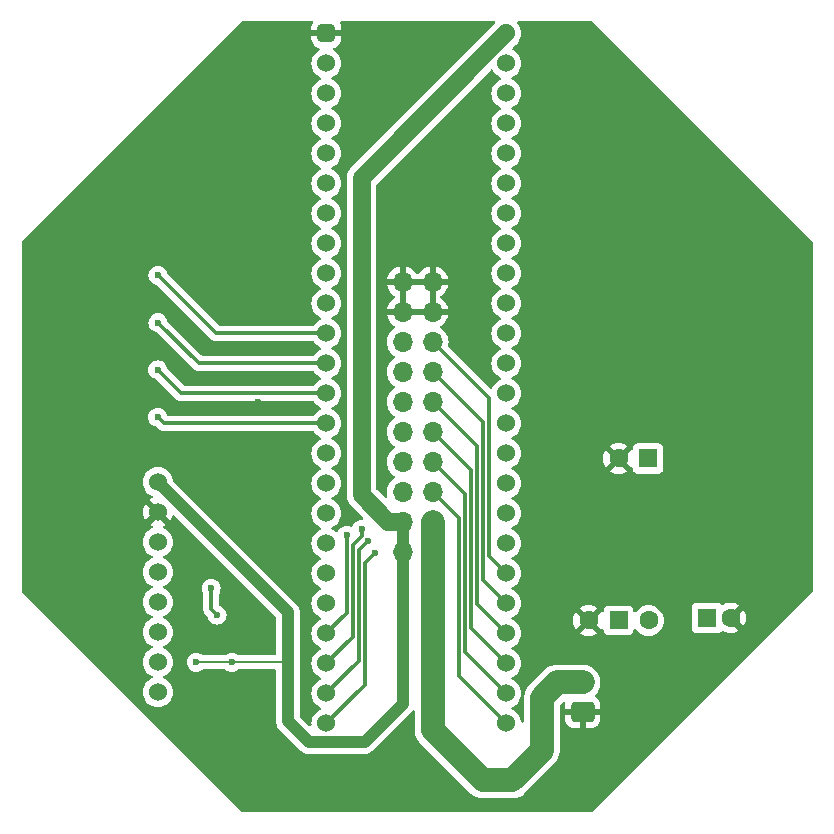
<source format=gbr>
%TF.GenerationSoftware,KiCad,Pcbnew,8.0.1*%
%TF.CreationDate,2024-04-19T02:33:02-07:00*%
%TF.ProjectId,CMOD_A7_Upper,434d4f44-5f41-4375-9f55-707065722e6b,rev?*%
%TF.SameCoordinates,Original*%
%TF.FileFunction,Copper,L2,Bot*%
%TF.FilePolarity,Positive*%
%FSLAX46Y46*%
G04 Gerber Fmt 4.6, Leading zero omitted, Abs format (unit mm)*
G04 Created by KiCad (PCBNEW 8.0.1) date 2024-04-19 02:33:02*
%MOMM*%
%LPD*%
G01*
G04 APERTURE LIST*
G04 Aperture macros list*
%AMRoundRect*
0 Rectangle with rounded corners*
0 $1 Rounding radius*
0 $2 $3 $4 $5 $6 $7 $8 $9 X,Y pos of 4 corners*
0 Add a 4 corners polygon primitive as box body*
4,1,4,$2,$3,$4,$5,$6,$7,$8,$9,$2,$3,0*
0 Add four circle primitives for the rounded corners*
1,1,$1+$1,$2,$3*
1,1,$1+$1,$4,$5*
1,1,$1+$1,$6,$7*
1,1,$1+$1,$8,$9*
0 Add four rect primitives between the rounded corners*
20,1,$1+$1,$2,$3,$4,$5,0*
20,1,$1+$1,$4,$5,$6,$7,0*
20,1,$1+$1,$6,$7,$8,$9,0*
20,1,$1+$1,$8,$9,$2,$3,0*%
G04 Aperture macros list end*
%TA.AperFunction,ComponentPad*%
%ADD10R,1.600000X1.600000*%
%TD*%
%TA.AperFunction,ComponentPad*%
%ADD11C,1.600000*%
%TD*%
%TA.AperFunction,ComponentPad*%
%ADD12C,1.524000*%
%TD*%
%TA.AperFunction,ComponentPad*%
%ADD13RoundRect,0.381000X0.381000X0.381000X-0.381000X0.381000X-0.381000X-0.381000X0.381000X-0.381000X0*%
%TD*%
%TA.AperFunction,ComponentPad*%
%ADD14R,1.500000X1.500000*%
%TD*%
%TA.AperFunction,ComponentPad*%
%ADD15RoundRect,0.250000X0.725000X-0.600000X0.725000X0.600000X-0.725000X0.600000X-0.725000X-0.600000X0*%
%TD*%
%TA.AperFunction,ComponentPad*%
%ADD16O,1.950000X1.700000*%
%TD*%
%TA.AperFunction,ComponentPad*%
%ADD17R,1.700000X1.700000*%
%TD*%
%TA.AperFunction,ComponentPad*%
%ADD18O,1.700000X1.700000*%
%TD*%
%TA.AperFunction,ViaPad*%
%ADD19C,0.600000*%
%TD*%
%TA.AperFunction,Conductor*%
%ADD20C,1.500000*%
%TD*%
%TA.AperFunction,Conductor*%
%ADD21C,1.000000*%
%TD*%
%TA.AperFunction,Conductor*%
%ADD22C,0.200000*%
%TD*%
%TA.AperFunction,Conductor*%
%ADD23C,2.000000*%
%TD*%
%TA.AperFunction,Conductor*%
%ADD24C,0.300000*%
%TD*%
G04 APERTURE END LIST*
D10*
%TO.P,C8,1*%
%TO.N,+5V*%
X159500000Y-93500000D03*
D11*
%TO.P,C8,2*%
%TO.N,GND*%
X157000000Y-93500000D03*
%TD*%
D12*
%TO.P,U2,1,D1*%
%TO.N,/FPGA5*%
X147500000Y-115920000D03*
%TO.P,U2,2,D2*%
%TO.N,/FPGA4*%
X147500000Y-113380000D03*
%TO.P,U2,3,D3*%
%TO.N,/FPGA3*%
X147500000Y-110840000D03*
%TO.P,U2,4,D4*%
%TO.N,/FPGA2*%
X147500000Y-108300000D03*
%TO.P,U2,5,D5*%
%TO.N,/FPGA1*%
X147500000Y-105760000D03*
%TO.P,U2,6,D6*%
%TO.N,/FPGA0*%
X147500000Y-103220000D03*
%TO.P,U2,7,D7*%
%TO.N,unconnected-(U2-D7-Pad7)*%
X147500000Y-100680000D03*
%TO.P,U2,8,D8*%
%TO.N,unconnected-(U2-D8-Pad8)*%
X147500000Y-98140000D03*
%TO.P,U2,9,D9*%
%TO.N,unconnected-(U2-D9-Pad9)*%
X147500000Y-95600000D03*
%TO.P,U2,10,D10*%
%TO.N,unconnected-(U2-D10-Pad10)*%
X147500000Y-93060000D03*
%TO.P,U2,11,D11*%
%TO.N,unconnected-(U2-D11-Pad11)*%
X147500000Y-90520000D03*
%TO.P,U2,12,D12*%
%TO.N,unconnected-(U2-D12-Pad12)*%
X147500000Y-87980000D03*
%TO.P,U2,13,D13*%
%TO.N,unconnected-(U2-D13-Pad13)*%
X147500000Y-85440000D03*
%TO.P,U2,14,D14*%
%TO.N,unconnected-(U2-D14-Pad14)*%
X147500000Y-82900000D03*
%TO.P,U2,15,A1*%
%TO.N,unconnected-(U2-A1-Pad15)*%
X147500000Y-80360000D03*
%TO.P,U2,16,A2*%
%TO.N,unconnected-(U2-A2-Pad16)*%
X147500000Y-77820000D03*
%TO.P,U2,17,D17*%
%TO.N,unconnected-(U2-D17-Pad17)*%
X147500000Y-75280000D03*
%TO.P,U2,18,D18*%
%TO.N,unconnected-(U2-D18-Pad18)*%
X147500000Y-72740000D03*
%TO.P,U2,19,D19*%
%TO.N,unconnected-(U2-D19-Pad19)*%
X147500000Y-70200000D03*
%TO.P,U2,20,D20*%
%TO.N,unconnected-(U2-D20-Pad20)*%
X147500000Y-67660000D03*
%TO.P,U2,21,D21*%
%TO.N,unconnected-(U2-D21-Pad21)*%
X147500000Y-65120000D03*
%TO.P,U2,22,D22*%
%TO.N,unconnected-(U2-D22-Pad22)*%
X147500000Y-62580000D03*
%TO.P,U2,23,D23*%
%TO.N,unconnected-(U2-D23-Pad23)*%
X147500000Y-60040000D03*
%TO.P,U2,24,VIN*%
%TO.N,+3.3V*%
X147500000Y-57500000D03*
D13*
%TO.P,U2,25,GND*%
%TO.N,GND*%
X132260000Y-57500000D03*
D12*
%TO.P,U2,26,D26*%
%TO.N,unconnected-(U2-D26-Pad26)*%
X132260000Y-60040000D03*
%TO.P,U2,27,D27*%
%TO.N,unconnected-(U2-D27-Pad27)*%
X132260000Y-62580000D03*
%TO.P,U2,28,D28*%
%TO.N,unconnected-(U2-D28-Pad28)*%
X132260000Y-65120000D03*
%TO.P,U2,29,D29*%
%TO.N,unconnected-(U2-D29-Pad29)*%
X132260000Y-67660000D03*
%TO.P,U2,30,D30*%
%TO.N,unconnected-(U2-D30-Pad30)*%
X132260000Y-70200000D03*
%TO.P,U2,31,D31*%
%TO.N,unconnected-(U2-D31-Pad31)*%
X132260000Y-72740000D03*
%TO.P,U2,32,D32*%
%TO.N,unconnected-(U2-D32-Pad32)*%
X132260000Y-75280000D03*
%TO.P,U2,33,D33*%
%TO.N,unconnected-(U2-D33-Pad33)*%
X132260000Y-77820000D03*
%TO.P,U2,34,D34*%
%TO.N,unconnected-(U2-D34-Pad34)*%
X132260000Y-80360000D03*
%TO.P,U2,35,D35*%
%TO.N,/LED11*%
X132260000Y-82900000D03*
%TO.P,U2,36,D36*%
%TO.N,/LED10*%
X132260000Y-85440000D03*
%TO.P,U2,37,D37*%
%TO.N,/LED01*%
X132260000Y-87980000D03*
%TO.P,U2,38,D38*%
%TO.N,/LED00*%
X132260000Y-90520000D03*
%TO.P,U2,39,D39*%
%TO.N,/BTN11*%
X132260000Y-93060000D03*
%TO.P,U2,40,D40*%
%TO.N,/BTN10*%
X132260000Y-95600000D03*
%TO.P,U2,41,D41*%
%TO.N,/BTN01*%
X132260000Y-98140000D03*
%TO.P,U2,42,D42*%
%TO.N,/BTN00*%
X132260000Y-100680000D03*
%TO.P,U2,43,D43*%
%TO.N,/SCL*%
X132260000Y-103220000D03*
%TO.P,U2,44,D44*%
%TO.N,/SDA*%
X132260000Y-105760000D03*
%TO.P,U2,45,D45*%
%TO.N,/FPGA6*%
X132260000Y-108300000D03*
%TO.P,U2,46,D46*%
%TO.N,/FPGA7*%
X132260000Y-110840000D03*
%TO.P,U2,47,D47*%
%TO.N,/FPGA8*%
X132260000Y-113380000D03*
%TO.P,U2,48,D48*%
%TO.N,/FPGA9*%
X132260000Y-115920000D03*
%TD*%
D10*
%TO.P,C3,1*%
%TO.N,/12V_5V*%
X164500000Y-107000000D03*
D11*
%TO.P,C3,2*%
%TO.N,GND*%
X166500000Y-107000000D03*
%TD*%
D12*
%TO.P,U4,ADC,ADC*%
%TO.N,unconnected-(U4-PadADC)*%
X118000000Y-105660000D03*
%TO.P,U4,BOOT,BOOT*%
%TO.N,unconnected-(U4-PadBOOT)*%
X118000000Y-110740000D03*
%TO.P,U4,GND,GND*%
%TO.N,GND*%
X118000000Y-98040000D03*
%TO.P,U4,INT,INT*%
%TO.N,unconnected-(U4-PadINT)*%
X118000000Y-108200000D03*
%TO.P,U4,RST,RST*%
%TO.N,unconnected-(U4-PadRST)*%
X118000000Y-113280000D03*
%TO.P,U4,SCL,SCL*%
%TO.N,/SCL*%
X118000000Y-100580000D03*
%TO.P,U4,SDA,SDA*%
%TO.N,/SDA*%
X118000000Y-103120000D03*
%TO.P,U4,VIN,VIN*%
%TO.N,+3.3V*%
X118000000Y-95500000D03*
%TD*%
D14*
%TO.P,SW1,1,A*%
%TO.N,+12V*%
X157000000Y-107210000D03*
D11*
%TO.P,SW1,2,B*%
%TO.N,/12V_5V*%
X159540000Y-107210000D03*
%TO.P,SW1,3,C*%
%TO.N,GND*%
X154460000Y-107210000D03*
%TD*%
D15*
%TO.P,J1,1,Pin_1*%
%TO.N,GND*%
X153960000Y-114960000D03*
D16*
%TO.P,J1,2,Pin_2*%
%TO.N,+12V*%
X153960000Y-112460000D03*
%TD*%
D17*
%TO.P,J2,1,Pin_1*%
%TO.N,+12V*%
X141250000Y-101410000D03*
D18*
%TO.P,J2,2,Pin_2*%
%TO.N,+3.3V*%
X138710000Y-101410000D03*
%TO.P,J2,3,Pin_3*%
%TO.N,+12V*%
X141250000Y-98870000D03*
%TO.P,J2,4,Pin_4*%
%TO.N,+3.3V*%
X138710000Y-98870000D03*
%TO.P,J2,5,Pin_5*%
%TO.N,/FPGA5*%
X141250000Y-96330000D03*
%TO.P,J2,6,Pin_6*%
%TO.N,/SDA*%
X138710000Y-96330000D03*
%TO.P,J2,7,Pin_7*%
%TO.N,/FPGA4*%
X141250000Y-93790000D03*
%TO.P,J2,8,Pin_8*%
%TO.N,/SCL*%
X138710000Y-93790000D03*
%TO.P,J2,9,Pin_9*%
%TO.N,/FPGA3*%
X141250000Y-91250000D03*
%TO.P,J2,10,Pin_10*%
%TO.N,/FPGA9*%
X138710000Y-91250000D03*
%TO.P,J2,11,Pin_11*%
%TO.N,/FPGA2*%
X141250000Y-88710000D03*
%TO.P,J2,12,Pin_12*%
%TO.N,/FPGA8*%
X138710000Y-88710000D03*
%TO.P,J2,13,Pin_13*%
%TO.N,/FPGA1*%
X141250000Y-86170000D03*
%TO.P,J2,14,Pin_14*%
%TO.N,/FPGA7*%
X138710000Y-86170000D03*
%TO.P,J2,15,Pin_15*%
%TO.N,/FPGA0*%
X141250000Y-83630000D03*
%TO.P,J2,16,Pin_16*%
%TO.N,/FPGA6*%
X138710000Y-83630000D03*
%TO.P,J2,17,Pin_17*%
%TO.N,GND*%
X141250000Y-81090000D03*
%TO.P,J2,18,Pin_18*%
X138710000Y-81090000D03*
%TO.P,J2,19,Pin_19*%
X141250000Y-78550000D03*
%TO.P,J2,20,Pin_20*%
X138710000Y-78550000D03*
%TD*%
D19*
%TO.N,GND*%
X159250000Y-83250000D03*
X162000000Y-104500000D03*
X172750000Y-97750000D03*
X117500000Y-79750000D03*
X165500000Y-82250000D03*
X126500000Y-82000000D03*
X135000000Y-59000000D03*
X144250000Y-67500000D03*
X156250000Y-98500000D03*
X126500000Y-86750000D03*
X126750000Y-77000000D03*
X161750000Y-98000000D03*
X168250000Y-104500000D03*
X161000000Y-111000000D03*
X165000000Y-71500000D03*
X126500000Y-88750000D03*
X117500000Y-88250000D03*
X150750000Y-108500000D03*
X171250000Y-82500000D03*
X172500000Y-90750000D03*
X117500000Y-83750000D03*
%TO.N,+3.3V*%
X121250000Y-110750000D03*
X124250000Y-110750000D03*
%TO.N,/FPGA6*%
X134000000Y-100000000D03*
%TO.N,/FPGA8*%
X135750000Y-100500000D03*
%TO.N,/SCL*%
X122500000Y-104500000D03*
X123000000Y-106750000D03*
%TO.N,/FPGA9*%
X136350000Y-101500000D03*
%TO.N,/FPGA7*%
X135250000Y-99500000D03*
%TO.N,/LED00*%
X117975000Y-90000000D03*
%TO.N,/LED01*%
X117975000Y-86000000D03*
%TO.N,/LED10*%
X118000000Y-82000000D03*
%TO.N,/LED11*%
X118000000Y-78000000D03*
%TD*%
D20*
%TO.N,+3.3V*%
X147500000Y-57500000D02*
X135250000Y-69750000D01*
X135250000Y-69750000D02*
X135250000Y-96612081D01*
D21*
X129000000Y-115750000D02*
X130750000Y-117500000D01*
D20*
X137507919Y-98870000D02*
X138710000Y-98870000D01*
D22*
X124250000Y-110750000D02*
X129000000Y-110750000D01*
D21*
X129000000Y-110750000D02*
X129000000Y-115750000D01*
X135500000Y-117500000D02*
X138710000Y-114290000D01*
X138710000Y-114290000D02*
X138710000Y-98870000D01*
X129000000Y-106500000D02*
X129000000Y-110750000D01*
X118000000Y-95500000D02*
X129000000Y-106500000D01*
D22*
X121250000Y-110750000D02*
X124250000Y-110750000D01*
D21*
X130750000Y-117500000D02*
X135500000Y-117500000D01*
D20*
X135250000Y-96612081D02*
X137507919Y-98870000D01*
D23*
%TO.N,+12V*%
X141250000Y-98870000D02*
X141250000Y-101410000D01*
X151790000Y-112460000D02*
X153960000Y-112460000D01*
X141250000Y-116500000D02*
X145500000Y-120750000D01*
X148000000Y-120750000D02*
X150500000Y-118250000D01*
X150500000Y-118250000D02*
X150500000Y-113750000D01*
X141250000Y-101410000D02*
X141250000Y-116500000D01*
X145500000Y-120750000D02*
X148000000Y-120750000D01*
X150500000Y-113750000D02*
X151790000Y-112460000D01*
D24*
%TO.N,/FPGA6*%
X134000000Y-106560000D02*
X132260000Y-108300000D01*
X134000000Y-100000000D02*
X134000000Y-106560000D01*
%TO.N,/FPGA8*%
X135000000Y-110640000D02*
X132260000Y-113380000D01*
X135750000Y-100500000D02*
X135000000Y-101250000D01*
X135000000Y-101250000D02*
X135000000Y-110640000D01*
%TO.N,/FPGA4*%
X141250000Y-93790000D02*
X144000000Y-96540000D01*
X144000000Y-96540000D02*
X144000000Y-109880000D01*
X144000000Y-109880000D02*
X147500000Y-113380000D01*
%TO.N,/FPGA0*%
X141250000Y-83630000D02*
X146000000Y-88380000D01*
X146000000Y-88380000D02*
X146000000Y-101720000D01*
X146000000Y-101720000D02*
X147500000Y-103220000D01*
%TO.N,/SCL*%
X122500000Y-104500000D02*
X122500000Y-106250000D01*
X122500000Y-106250000D02*
X123000000Y-106750000D01*
%TO.N,/FPGA5*%
X141250000Y-96330000D02*
X143500000Y-98580000D01*
X143500000Y-111920000D02*
X147500000Y-115920000D01*
X143500000Y-98580000D02*
X143500000Y-111920000D01*
%TO.N,/FPGA3*%
X144500000Y-94500000D02*
X144500000Y-107840000D01*
X141250000Y-91250000D02*
X144500000Y-94500000D01*
X144500000Y-107840000D02*
X147500000Y-110840000D01*
%TO.N,/FPGA9*%
X136350000Y-101500000D02*
X135500000Y-102350000D01*
X135500000Y-102350000D02*
X135500000Y-112680000D01*
X135500000Y-112680000D02*
X132260000Y-115920000D01*
%TO.N,/FPGA2*%
X145000000Y-105800000D02*
X147500000Y-108300000D01*
X141250000Y-88710000D02*
X145000000Y-92460000D01*
X145000000Y-92460000D02*
X145000000Y-105800000D01*
%TO.N,/FPGA7*%
X134500000Y-108600000D02*
X132260000Y-110840000D01*
X135250000Y-99500000D02*
X135250000Y-100080761D01*
X135250000Y-100080761D02*
X134500000Y-100830761D01*
X134500000Y-100830761D02*
X134500000Y-108600000D01*
%TO.N,/FPGA1*%
X141250000Y-86170000D02*
X145500000Y-90420000D01*
X145500000Y-103760000D02*
X147500000Y-105760000D01*
X145500000Y-90420000D02*
X145500000Y-103760000D01*
%TO.N,/LED00*%
X118495000Y-90520000D02*
X132260000Y-90520000D01*
X117975000Y-90000000D02*
X118495000Y-90520000D01*
%TO.N,/LED01*%
X117975000Y-86000000D02*
X119955000Y-87980000D01*
X119955000Y-87980000D02*
X132260000Y-87980000D01*
%TO.N,/LED10*%
X118000000Y-82000000D02*
X121440000Y-85440000D01*
X121440000Y-85440000D02*
X132260000Y-85440000D01*
%TO.N,/LED11*%
X118000000Y-78000000D02*
X122900000Y-82900000D01*
X122900000Y-82900000D02*
X132260000Y-82900000D01*
%TD*%
%TA.AperFunction,Conductor*%
%TO.N,GND*%
G36*
X131089315Y-56480185D02*
G01*
X131135070Y-56532989D01*
X131145014Y-56602147D01*
X131133364Y-56639595D01*
X131047165Y-56813397D01*
X131000918Y-56999359D01*
X130998000Y-57042395D01*
X130998000Y-57250000D01*
X131971184Y-57250000D01*
X131955124Y-57266060D01*
X131904964Y-57352939D01*
X131879000Y-57449840D01*
X131879000Y-57550160D01*
X131904964Y-57647061D01*
X131955124Y-57733940D01*
X131971184Y-57750000D01*
X130998001Y-57750000D01*
X130998001Y-57957609D01*
X131000917Y-58000632D01*
X131000917Y-58000634D01*
X131047165Y-58186602D01*
X131132307Y-58358275D01*
X131252365Y-58507633D01*
X131252366Y-58507634D01*
X131401725Y-58627692D01*
X131401724Y-58627692D01*
X131573398Y-58712834D01*
X131590293Y-58717036D01*
X131650601Y-58752317D01*
X131682261Y-58814602D01*
X131675221Y-58884116D01*
X131631716Y-58938789D01*
X131630286Y-58939702D01*
X131445377Y-59069175D01*
X131289175Y-59225377D01*
X131162466Y-59406338D01*
X131162465Y-59406340D01*
X131069107Y-59606548D01*
X131069104Y-59606554D01*
X131011930Y-59819929D01*
X131011929Y-59819937D01*
X130992677Y-60039997D01*
X130992677Y-60040002D01*
X131011929Y-60260062D01*
X131011930Y-60260070D01*
X131069104Y-60473445D01*
X131069105Y-60473447D01*
X131069106Y-60473450D01*
X131107405Y-60555582D01*
X131162466Y-60673662D01*
X131162468Y-60673666D01*
X131289170Y-60854615D01*
X131289175Y-60854621D01*
X131445378Y-61010824D01*
X131445384Y-61010829D01*
X131626333Y-61137531D01*
X131626335Y-61137532D01*
X131626338Y-61137534D01*
X131745748Y-61193215D01*
X131755189Y-61197618D01*
X131807628Y-61243790D01*
X131826780Y-61310984D01*
X131806564Y-61377865D01*
X131755189Y-61422382D01*
X131626340Y-61482465D01*
X131626338Y-61482466D01*
X131445377Y-61609175D01*
X131289175Y-61765377D01*
X131162466Y-61946338D01*
X131162465Y-61946340D01*
X131069107Y-62146548D01*
X131069104Y-62146554D01*
X131011930Y-62359929D01*
X131011929Y-62359937D01*
X130992677Y-62579997D01*
X130992677Y-62580002D01*
X131011929Y-62800062D01*
X131011930Y-62800070D01*
X131069104Y-63013445D01*
X131069105Y-63013447D01*
X131069106Y-63013450D01*
X131162466Y-63213662D01*
X131162468Y-63213666D01*
X131289170Y-63394615D01*
X131289175Y-63394621D01*
X131445378Y-63550824D01*
X131445384Y-63550829D01*
X131626333Y-63677531D01*
X131626335Y-63677532D01*
X131626338Y-63677534D01*
X131745748Y-63733215D01*
X131755189Y-63737618D01*
X131807628Y-63783790D01*
X131826780Y-63850984D01*
X131806564Y-63917865D01*
X131755189Y-63962382D01*
X131626340Y-64022465D01*
X131626338Y-64022466D01*
X131445377Y-64149175D01*
X131289175Y-64305377D01*
X131162466Y-64486338D01*
X131162465Y-64486340D01*
X131069107Y-64686548D01*
X131069104Y-64686554D01*
X131011930Y-64899929D01*
X131011929Y-64899937D01*
X130992677Y-65119997D01*
X130992677Y-65120002D01*
X131011929Y-65340062D01*
X131011930Y-65340070D01*
X131069104Y-65553445D01*
X131069105Y-65553447D01*
X131069106Y-65553450D01*
X131162466Y-65753662D01*
X131162468Y-65753666D01*
X131289170Y-65934615D01*
X131289175Y-65934621D01*
X131445378Y-66090824D01*
X131445384Y-66090829D01*
X131626333Y-66217531D01*
X131626335Y-66217532D01*
X131626338Y-66217534D01*
X131745748Y-66273215D01*
X131755189Y-66277618D01*
X131807628Y-66323790D01*
X131826780Y-66390984D01*
X131806564Y-66457865D01*
X131755189Y-66502382D01*
X131626340Y-66562465D01*
X131626338Y-66562466D01*
X131445377Y-66689175D01*
X131289175Y-66845377D01*
X131162466Y-67026338D01*
X131162465Y-67026340D01*
X131069107Y-67226548D01*
X131069104Y-67226554D01*
X131011930Y-67439929D01*
X131011929Y-67439937D01*
X130992677Y-67659997D01*
X130992677Y-67660002D01*
X131011929Y-67880062D01*
X131011930Y-67880070D01*
X131069104Y-68093445D01*
X131069105Y-68093447D01*
X131069106Y-68093450D01*
X131162466Y-68293662D01*
X131162468Y-68293666D01*
X131289170Y-68474615D01*
X131289175Y-68474621D01*
X131445378Y-68630824D01*
X131445384Y-68630829D01*
X131626333Y-68757531D01*
X131626335Y-68757532D01*
X131626338Y-68757534D01*
X131745748Y-68813215D01*
X131755189Y-68817618D01*
X131807628Y-68863790D01*
X131826780Y-68930984D01*
X131806564Y-68997865D01*
X131755189Y-69042382D01*
X131626340Y-69102465D01*
X131626338Y-69102466D01*
X131445377Y-69229175D01*
X131289175Y-69385377D01*
X131162466Y-69566338D01*
X131162465Y-69566340D01*
X131069107Y-69766548D01*
X131069104Y-69766554D01*
X131011930Y-69979929D01*
X131011929Y-69979937D01*
X130992677Y-70199997D01*
X130992677Y-70200002D01*
X131011929Y-70420062D01*
X131011930Y-70420070D01*
X131069104Y-70633445D01*
X131069105Y-70633447D01*
X131069106Y-70633450D01*
X131162466Y-70833662D01*
X131162468Y-70833666D01*
X131289170Y-71014615D01*
X131289175Y-71014621D01*
X131445378Y-71170824D01*
X131445384Y-71170829D01*
X131626333Y-71297531D01*
X131626335Y-71297532D01*
X131626338Y-71297534D01*
X131745748Y-71353215D01*
X131755189Y-71357618D01*
X131807628Y-71403790D01*
X131826780Y-71470984D01*
X131806564Y-71537865D01*
X131755189Y-71582382D01*
X131626340Y-71642465D01*
X131626338Y-71642466D01*
X131445377Y-71769175D01*
X131289175Y-71925377D01*
X131162466Y-72106338D01*
X131162465Y-72106340D01*
X131069107Y-72306548D01*
X131069104Y-72306554D01*
X131011930Y-72519929D01*
X131011929Y-72519937D01*
X130992677Y-72739997D01*
X130992677Y-72740002D01*
X131011929Y-72960062D01*
X131011930Y-72960070D01*
X131069104Y-73173445D01*
X131069105Y-73173447D01*
X131069106Y-73173450D01*
X131162466Y-73373662D01*
X131162468Y-73373666D01*
X131289170Y-73554615D01*
X131289175Y-73554621D01*
X131445378Y-73710824D01*
X131445384Y-73710829D01*
X131626333Y-73837531D01*
X131626335Y-73837532D01*
X131626338Y-73837534D01*
X131745748Y-73893215D01*
X131755189Y-73897618D01*
X131807628Y-73943790D01*
X131826780Y-74010984D01*
X131806564Y-74077865D01*
X131755189Y-74122382D01*
X131626340Y-74182465D01*
X131626338Y-74182466D01*
X131445377Y-74309175D01*
X131289175Y-74465377D01*
X131162466Y-74646338D01*
X131162465Y-74646340D01*
X131069107Y-74846548D01*
X131069104Y-74846554D01*
X131011930Y-75059929D01*
X131011929Y-75059937D01*
X130992677Y-75279997D01*
X130992677Y-75280002D01*
X131011929Y-75500062D01*
X131011930Y-75500070D01*
X131069104Y-75713445D01*
X131069105Y-75713447D01*
X131069106Y-75713450D01*
X131162466Y-75913662D01*
X131162468Y-75913666D01*
X131289170Y-76094615D01*
X131289175Y-76094621D01*
X131445378Y-76250824D01*
X131445384Y-76250829D01*
X131626333Y-76377531D01*
X131626335Y-76377532D01*
X131626338Y-76377534D01*
X131745748Y-76433215D01*
X131755189Y-76437618D01*
X131807628Y-76483790D01*
X131826780Y-76550984D01*
X131806564Y-76617865D01*
X131755189Y-76662382D01*
X131626340Y-76722465D01*
X131626338Y-76722466D01*
X131445377Y-76849175D01*
X131289175Y-77005377D01*
X131162466Y-77186338D01*
X131162465Y-77186340D01*
X131079572Y-77364103D01*
X131073840Y-77376399D01*
X131069107Y-77386548D01*
X131069104Y-77386554D01*
X131011930Y-77599929D01*
X131011929Y-77599937D01*
X130992677Y-77819997D01*
X130992677Y-77820002D01*
X131011929Y-78040062D01*
X131011930Y-78040070D01*
X131069104Y-78253445D01*
X131069105Y-78253447D01*
X131069106Y-78253450D01*
X131117395Y-78357007D01*
X131162466Y-78453662D01*
X131162468Y-78453666D01*
X131289170Y-78634615D01*
X131289175Y-78634621D01*
X131445378Y-78790824D01*
X131445384Y-78790829D01*
X131626333Y-78917531D01*
X131626335Y-78917532D01*
X131626338Y-78917534D01*
X131745748Y-78973215D01*
X131755189Y-78977618D01*
X131807628Y-79023790D01*
X131826780Y-79090984D01*
X131806564Y-79157865D01*
X131755189Y-79202382D01*
X131626340Y-79262465D01*
X131626338Y-79262466D01*
X131445377Y-79389175D01*
X131289175Y-79545377D01*
X131162466Y-79726338D01*
X131162465Y-79726340D01*
X131069107Y-79926548D01*
X131069104Y-79926554D01*
X131011930Y-80139929D01*
X131011929Y-80139937D01*
X130992677Y-80359997D01*
X130992677Y-80360002D01*
X131011929Y-80580062D01*
X131011930Y-80580070D01*
X131069104Y-80793445D01*
X131069105Y-80793447D01*
X131069106Y-80793450D01*
X131090812Y-80839999D01*
X131162466Y-80993662D01*
X131162468Y-80993666D01*
X131289170Y-81174615D01*
X131289175Y-81174621D01*
X131445378Y-81330824D01*
X131445384Y-81330829D01*
X131626333Y-81457531D01*
X131626335Y-81457532D01*
X131626338Y-81457534D01*
X131712554Y-81497737D01*
X131755189Y-81517618D01*
X131807628Y-81563790D01*
X131826780Y-81630984D01*
X131806564Y-81697865D01*
X131755189Y-81742382D01*
X131626340Y-81802465D01*
X131626338Y-81802466D01*
X131445377Y-81929175D01*
X131289175Y-82085377D01*
X131211281Y-82196623D01*
X131156704Y-82240248D01*
X131109706Y-82249500D01*
X123220808Y-82249500D01*
X123153769Y-82229815D01*
X123133127Y-82213181D01*
X118821722Y-77901776D01*
X118788237Y-77840453D01*
X118786182Y-77827973D01*
X118785368Y-77820745D01*
X118725789Y-77650478D01*
X118629816Y-77497738D01*
X118502262Y-77370184D01*
X118349523Y-77274211D01*
X118179254Y-77214631D01*
X118179249Y-77214630D01*
X118000004Y-77194435D01*
X117999996Y-77194435D01*
X117820750Y-77214630D01*
X117820745Y-77214631D01*
X117650476Y-77274211D01*
X117497737Y-77370184D01*
X117370184Y-77497737D01*
X117274211Y-77650476D01*
X117214631Y-77820745D01*
X117214630Y-77820750D01*
X117194435Y-77999996D01*
X117194435Y-78000003D01*
X117214630Y-78179249D01*
X117214631Y-78179254D01*
X117274211Y-78349523D01*
X117370184Y-78502262D01*
X117497738Y-78629816D01*
X117650478Y-78725789D01*
X117820745Y-78785368D01*
X117827974Y-78786182D01*
X117892388Y-78813246D01*
X117901776Y-78821722D01*
X122485324Y-83405271D01*
X122485327Y-83405274D01*
X122485330Y-83405276D01*
X122537682Y-83440256D01*
X122591873Y-83476465D01*
X122710256Y-83525501D01*
X122710260Y-83525501D01*
X122710261Y-83525502D01*
X122835928Y-83550500D01*
X122835931Y-83550500D01*
X131109706Y-83550500D01*
X131176745Y-83570185D01*
X131211281Y-83603377D01*
X131289170Y-83714615D01*
X131289175Y-83714621D01*
X131445378Y-83870824D01*
X131445384Y-83870829D01*
X131626333Y-83997531D01*
X131626335Y-83997532D01*
X131626338Y-83997534D01*
X131745748Y-84053215D01*
X131755189Y-84057618D01*
X131807628Y-84103790D01*
X131826780Y-84170984D01*
X131806564Y-84237865D01*
X131755189Y-84282382D01*
X131626340Y-84342465D01*
X131626338Y-84342466D01*
X131445377Y-84469175D01*
X131289175Y-84625377D01*
X131211281Y-84736623D01*
X131156704Y-84780248D01*
X131109706Y-84789500D01*
X121760808Y-84789500D01*
X121693769Y-84769815D01*
X121673127Y-84753181D01*
X118821722Y-81901776D01*
X118788237Y-81840453D01*
X118786182Y-81827973D01*
X118785368Y-81820745D01*
X118725789Y-81650478D01*
X118629816Y-81497738D01*
X118502262Y-81370184D01*
X118349523Y-81274211D01*
X118179254Y-81214631D01*
X118179249Y-81214630D01*
X118000004Y-81194435D01*
X117999996Y-81194435D01*
X117820750Y-81214630D01*
X117820745Y-81214631D01*
X117650476Y-81274211D01*
X117497737Y-81370184D01*
X117370184Y-81497737D01*
X117274211Y-81650476D01*
X117214631Y-81820745D01*
X117214630Y-81820750D01*
X117194435Y-81999996D01*
X117194435Y-82000003D01*
X117214630Y-82179249D01*
X117214631Y-82179254D01*
X117274211Y-82349523D01*
X117347747Y-82466554D01*
X117370184Y-82502262D01*
X117497738Y-82629816D01*
X117650478Y-82725789D01*
X117820745Y-82785368D01*
X117827974Y-82786182D01*
X117892388Y-82813246D01*
X117901776Y-82821722D01*
X121025325Y-85945272D01*
X121025331Y-85945277D01*
X121131874Y-86016466D01*
X121201221Y-86045189D01*
X121250256Y-86065501D01*
X121250259Y-86065501D01*
X121250260Y-86065502D01*
X121375928Y-86090500D01*
X121375931Y-86090500D01*
X131109706Y-86090500D01*
X131176745Y-86110185D01*
X131211281Y-86143377D01*
X131289170Y-86254615D01*
X131289175Y-86254621D01*
X131445378Y-86410824D01*
X131445384Y-86410829D01*
X131626333Y-86537531D01*
X131626335Y-86537532D01*
X131626338Y-86537534D01*
X131745748Y-86593215D01*
X131755189Y-86597618D01*
X131807628Y-86643790D01*
X131826780Y-86710984D01*
X131806564Y-86777865D01*
X131755189Y-86822382D01*
X131626340Y-86882465D01*
X131626338Y-86882466D01*
X131445377Y-87009175D01*
X131289175Y-87165377D01*
X131211281Y-87276623D01*
X131156704Y-87320248D01*
X131109706Y-87329500D01*
X120275808Y-87329500D01*
X120208769Y-87309815D01*
X120188127Y-87293181D01*
X118796722Y-85901776D01*
X118763237Y-85840453D01*
X118761182Y-85827973D01*
X118760368Y-85820745D01*
X118700789Y-85650478D01*
X118604816Y-85497738D01*
X118477262Y-85370184D01*
X118324523Y-85274211D01*
X118154254Y-85214631D01*
X118154249Y-85214630D01*
X117975004Y-85194435D01*
X117974996Y-85194435D01*
X117795750Y-85214630D01*
X117795745Y-85214631D01*
X117625476Y-85274211D01*
X117472737Y-85370184D01*
X117345184Y-85497737D01*
X117249211Y-85650476D01*
X117189631Y-85820745D01*
X117189630Y-85820750D01*
X117169435Y-85999996D01*
X117169435Y-86000003D01*
X117189630Y-86179249D01*
X117189631Y-86179254D01*
X117249211Y-86349523D01*
X117329932Y-86477989D01*
X117345184Y-86502262D01*
X117472738Y-86629816D01*
X117563080Y-86686582D01*
X117598785Y-86709017D01*
X117625478Y-86725789D01*
X117795745Y-86785368D01*
X117802974Y-86786182D01*
X117867388Y-86813246D01*
X117876776Y-86821722D01*
X119540331Y-88485277D01*
X119592682Y-88520256D01*
X119646873Y-88556465D01*
X119765256Y-88605501D01*
X119765260Y-88605501D01*
X119765261Y-88605502D01*
X119890928Y-88630500D01*
X119890931Y-88630500D01*
X131109706Y-88630500D01*
X131176745Y-88650185D01*
X131211281Y-88683377D01*
X131289170Y-88794615D01*
X131289175Y-88794621D01*
X131445378Y-88950824D01*
X131445384Y-88950829D01*
X131626333Y-89077531D01*
X131626335Y-89077532D01*
X131626338Y-89077534D01*
X131711469Y-89117231D01*
X131755189Y-89137618D01*
X131807628Y-89183790D01*
X131826780Y-89250984D01*
X131806564Y-89317865D01*
X131755189Y-89362382D01*
X131626340Y-89422465D01*
X131626338Y-89422466D01*
X131445377Y-89549175D01*
X131289175Y-89705377D01*
X131211281Y-89816623D01*
X131156704Y-89860248D01*
X131109706Y-89869500D01*
X118865411Y-89869500D01*
X118798372Y-89849815D01*
X118752617Y-89797011D01*
X118748369Y-89786454D01*
X118700789Y-89650478D01*
X118659052Y-89584054D01*
X118604816Y-89497738D01*
X118477262Y-89370184D01*
X118393997Y-89317865D01*
X118324523Y-89274211D01*
X118154254Y-89214631D01*
X118154249Y-89214630D01*
X117975004Y-89194435D01*
X117974996Y-89194435D01*
X117795750Y-89214630D01*
X117795745Y-89214631D01*
X117625476Y-89274211D01*
X117472737Y-89370184D01*
X117345184Y-89497737D01*
X117249211Y-89650476D01*
X117189631Y-89820745D01*
X117189630Y-89820750D01*
X117169435Y-89999996D01*
X117169435Y-90000003D01*
X117189630Y-90179249D01*
X117189631Y-90179254D01*
X117249211Y-90349523D01*
X117267480Y-90378597D01*
X117345184Y-90502262D01*
X117472738Y-90629816D01*
X117563080Y-90686582D01*
X117567638Y-90689446D01*
X117625478Y-90725789D01*
X117795745Y-90785368D01*
X117802974Y-90786182D01*
X117867388Y-90813246D01*
X117876776Y-90821722D01*
X118080325Y-91025272D01*
X118080328Y-91025275D01*
X118165110Y-91081924D01*
X118165109Y-91081924D01*
X118186871Y-91096464D01*
X118186872Y-91096464D01*
X118186873Y-91096465D01*
X118305256Y-91145501D01*
X118305260Y-91145501D01*
X118305261Y-91145502D01*
X118430928Y-91170500D01*
X118430931Y-91170500D01*
X131109706Y-91170500D01*
X131176745Y-91190185D01*
X131211281Y-91223377D01*
X131289170Y-91334615D01*
X131289175Y-91334621D01*
X131445378Y-91490824D01*
X131445384Y-91490829D01*
X131626333Y-91617531D01*
X131626335Y-91617532D01*
X131626338Y-91617534D01*
X131745748Y-91673215D01*
X131755189Y-91677618D01*
X131807628Y-91723790D01*
X131826780Y-91790984D01*
X131806564Y-91857865D01*
X131755189Y-91902382D01*
X131626340Y-91962465D01*
X131626338Y-91962466D01*
X131445377Y-92089175D01*
X131289175Y-92245377D01*
X131162466Y-92426338D01*
X131162465Y-92426340D01*
X131069107Y-92626548D01*
X131069104Y-92626554D01*
X131011930Y-92839929D01*
X131011929Y-92839937D01*
X130992677Y-93059997D01*
X130992677Y-93060002D01*
X131011929Y-93280062D01*
X131011930Y-93280070D01*
X131069104Y-93493445D01*
X131069105Y-93493447D01*
X131069106Y-93493450D01*
X131097614Y-93554586D01*
X131162466Y-93693662D01*
X131162468Y-93693666D01*
X131289170Y-93874615D01*
X131289175Y-93874621D01*
X131445378Y-94030824D01*
X131445384Y-94030829D01*
X131626333Y-94157531D01*
X131626335Y-94157532D01*
X131626338Y-94157534D01*
X131745748Y-94213215D01*
X131755189Y-94217618D01*
X131807628Y-94263790D01*
X131826780Y-94330984D01*
X131806564Y-94397865D01*
X131755189Y-94442382D01*
X131626340Y-94502465D01*
X131626338Y-94502466D01*
X131445377Y-94629175D01*
X131289175Y-94785377D01*
X131162466Y-94966338D01*
X131162465Y-94966340D01*
X131069107Y-95166548D01*
X131069104Y-95166554D01*
X131011930Y-95379929D01*
X131011929Y-95379937D01*
X130992677Y-95599997D01*
X130992677Y-95600002D01*
X131011929Y-95820062D01*
X131011930Y-95820070D01*
X131069104Y-96033445D01*
X131069105Y-96033447D01*
X131069106Y-96033450D01*
X131162466Y-96233662D01*
X131162468Y-96233666D01*
X131289170Y-96414615D01*
X131289175Y-96414621D01*
X131445378Y-96570824D01*
X131445384Y-96570829D01*
X131626333Y-96697531D01*
X131626335Y-96697532D01*
X131626338Y-96697534D01*
X131715149Y-96738947D01*
X131755189Y-96757618D01*
X131807628Y-96803790D01*
X131826780Y-96870984D01*
X131806564Y-96937865D01*
X131755189Y-96982382D01*
X131626340Y-97042465D01*
X131626338Y-97042466D01*
X131445377Y-97169175D01*
X131289175Y-97325377D01*
X131162466Y-97506338D01*
X131162465Y-97506340D01*
X131069107Y-97706548D01*
X131069104Y-97706554D01*
X131011930Y-97919929D01*
X131011929Y-97919937D01*
X130992677Y-98139997D01*
X130992677Y-98140002D01*
X131011929Y-98360062D01*
X131011930Y-98360070D01*
X131069104Y-98573445D01*
X131069105Y-98573447D01*
X131069106Y-98573450D01*
X131115721Y-98673417D01*
X131162466Y-98773662D01*
X131162468Y-98773666D01*
X131289170Y-98954615D01*
X131289175Y-98954621D01*
X131445378Y-99110824D01*
X131445384Y-99110829D01*
X131626333Y-99237531D01*
X131626335Y-99237532D01*
X131626338Y-99237534D01*
X131745748Y-99293215D01*
X131755189Y-99297618D01*
X131807628Y-99343790D01*
X131826780Y-99410984D01*
X131806564Y-99477865D01*
X131755189Y-99522382D01*
X131626340Y-99582465D01*
X131626338Y-99582466D01*
X131445377Y-99709175D01*
X131289175Y-99865377D01*
X131162466Y-100046338D01*
X131162465Y-100046340D01*
X131069107Y-100246548D01*
X131069104Y-100246554D01*
X131011930Y-100459929D01*
X131011929Y-100459937D01*
X130992677Y-100679997D01*
X130992677Y-100680002D01*
X131011929Y-100900062D01*
X131011930Y-100900070D01*
X131069104Y-101113445D01*
X131069105Y-101113447D01*
X131069106Y-101113450D01*
X131139824Y-101265106D01*
X131162466Y-101313662D01*
X131162468Y-101313666D01*
X131289170Y-101494615D01*
X131289175Y-101494621D01*
X131445378Y-101650824D01*
X131445384Y-101650829D01*
X131626333Y-101777531D01*
X131626335Y-101777532D01*
X131626338Y-101777534D01*
X131734713Y-101828070D01*
X131755189Y-101837618D01*
X131807628Y-101883790D01*
X131826780Y-101950984D01*
X131806564Y-102017865D01*
X131755189Y-102062382D01*
X131626340Y-102122465D01*
X131626338Y-102122466D01*
X131445377Y-102249175D01*
X131289175Y-102405377D01*
X131162466Y-102586338D01*
X131162465Y-102586340D01*
X131069107Y-102786548D01*
X131069104Y-102786554D01*
X131011930Y-102999929D01*
X131011929Y-102999937D01*
X130992677Y-103219997D01*
X130992677Y-103220002D01*
X131011929Y-103440062D01*
X131011930Y-103440070D01*
X131069104Y-103653445D01*
X131069105Y-103653447D01*
X131069106Y-103653450D01*
X131125418Y-103774211D01*
X131162466Y-103853662D01*
X131162468Y-103853666D01*
X131289170Y-104034615D01*
X131289175Y-104034621D01*
X131445378Y-104190824D01*
X131445384Y-104190829D01*
X131626333Y-104317531D01*
X131626335Y-104317532D01*
X131626338Y-104317534D01*
X131734713Y-104368070D01*
X131755189Y-104377618D01*
X131807628Y-104423790D01*
X131826780Y-104490984D01*
X131806564Y-104557865D01*
X131755189Y-104602382D01*
X131626340Y-104662465D01*
X131626338Y-104662466D01*
X131445377Y-104789175D01*
X131289175Y-104945377D01*
X131162466Y-105126338D01*
X131162465Y-105126340D01*
X131069107Y-105326548D01*
X131069104Y-105326554D01*
X131011930Y-105539929D01*
X131011929Y-105539937D01*
X130992677Y-105759997D01*
X130992677Y-105760002D01*
X131011929Y-105980062D01*
X131011930Y-105980070D01*
X131069104Y-106193445D01*
X131069105Y-106193447D01*
X131069106Y-106193450D01*
X131140950Y-106347521D01*
X131162466Y-106393662D01*
X131162468Y-106393666D01*
X131289170Y-106574615D01*
X131289175Y-106574621D01*
X131445378Y-106730824D01*
X131445384Y-106730829D01*
X131626333Y-106857531D01*
X131626335Y-106857532D01*
X131626338Y-106857534D01*
X131734713Y-106908070D01*
X131755189Y-106917618D01*
X131807628Y-106963790D01*
X131826780Y-107030984D01*
X131806564Y-107097865D01*
X131755189Y-107142382D01*
X131626340Y-107202465D01*
X131626338Y-107202466D01*
X131445377Y-107329175D01*
X131289175Y-107485377D01*
X131162466Y-107666338D01*
X131162465Y-107666340D01*
X131069107Y-107866548D01*
X131069104Y-107866554D01*
X131011930Y-108079929D01*
X131011929Y-108079937D01*
X130992677Y-108299997D01*
X130992677Y-108300002D01*
X131011929Y-108520062D01*
X131011930Y-108520070D01*
X131069104Y-108733445D01*
X131069105Y-108733447D01*
X131069106Y-108733450D01*
X131151640Y-108910446D01*
X131162466Y-108933662D01*
X131162468Y-108933666D01*
X131289170Y-109114615D01*
X131289175Y-109114621D01*
X131445378Y-109270824D01*
X131445384Y-109270829D01*
X131626333Y-109397531D01*
X131626335Y-109397532D01*
X131626338Y-109397534D01*
X131734713Y-109448070D01*
X131755189Y-109457618D01*
X131807628Y-109503790D01*
X131826780Y-109570984D01*
X131806564Y-109637865D01*
X131755189Y-109682382D01*
X131626340Y-109742465D01*
X131626338Y-109742466D01*
X131445377Y-109869175D01*
X131289175Y-110025377D01*
X131162466Y-110206338D01*
X131162465Y-110206340D01*
X131069107Y-110406548D01*
X131069104Y-110406554D01*
X131011930Y-110619929D01*
X131011929Y-110619937D01*
X130992677Y-110839997D01*
X130992677Y-110840002D01*
X131011929Y-111060062D01*
X131011930Y-111060070D01*
X131069104Y-111273445D01*
X131069105Y-111273447D01*
X131069106Y-111273450D01*
X131117049Y-111376265D01*
X131162466Y-111473662D01*
X131162468Y-111473666D01*
X131289170Y-111654615D01*
X131289175Y-111654621D01*
X131445378Y-111810824D01*
X131445384Y-111810829D01*
X131626333Y-111937531D01*
X131626335Y-111937532D01*
X131626338Y-111937534D01*
X131726133Y-111984069D01*
X131755189Y-111997618D01*
X131807628Y-112043790D01*
X131826780Y-112110984D01*
X131806564Y-112177865D01*
X131755189Y-112222382D01*
X131626340Y-112282465D01*
X131626338Y-112282466D01*
X131445377Y-112409175D01*
X131289175Y-112565377D01*
X131162466Y-112746338D01*
X131162465Y-112746340D01*
X131069107Y-112946548D01*
X131069104Y-112946554D01*
X131011930Y-113159929D01*
X131011929Y-113159937D01*
X130992677Y-113379997D01*
X130992677Y-113380002D01*
X131011929Y-113600062D01*
X131011930Y-113600070D01*
X131069104Y-113813445D01*
X131069105Y-113813447D01*
X131069106Y-113813450D01*
X131120448Y-113923553D01*
X131162466Y-114013662D01*
X131162468Y-114013666D01*
X131289170Y-114194615D01*
X131289175Y-114194621D01*
X131445378Y-114350824D01*
X131445384Y-114350829D01*
X131626333Y-114477531D01*
X131626335Y-114477532D01*
X131626338Y-114477534D01*
X131711767Y-114517370D01*
X131755189Y-114537618D01*
X131807628Y-114583790D01*
X131826780Y-114650984D01*
X131806564Y-114717865D01*
X131755189Y-114762382D01*
X131626340Y-114822465D01*
X131626338Y-114822466D01*
X131445377Y-114949175D01*
X131289175Y-115105377D01*
X131162466Y-115286338D01*
X131162465Y-115286340D01*
X131069107Y-115486548D01*
X131069104Y-115486554D01*
X131011930Y-115699929D01*
X131011929Y-115699937D01*
X130992677Y-115919997D01*
X130992677Y-115920002D01*
X131002078Y-116027461D01*
X130988311Y-116095961D01*
X130939696Y-116146144D01*
X130871667Y-116162077D01*
X130805823Y-116138701D01*
X130790869Y-116125949D01*
X130544044Y-115879124D01*
X130036819Y-115371898D01*
X130003334Y-115310575D01*
X130000500Y-115284217D01*
X130000500Y-106401456D01*
X129964788Y-106221923D01*
X129964787Y-106221920D01*
X129963941Y-106217669D01*
X129962051Y-106208164D01*
X129918264Y-106102454D01*
X129918263Y-106102452D01*
X129886635Y-106026093D01*
X129886634Y-106026092D01*
X129886632Y-106026086D01*
X129858334Y-105983735D01*
X129777139Y-105862217D01*
X129634686Y-105719764D01*
X129634655Y-105719735D01*
X119285085Y-95370165D01*
X119251600Y-95308842D01*
X119249238Y-95293287D01*
X119249082Y-95291506D01*
X119248070Y-95279932D01*
X119190894Y-95066550D01*
X119097534Y-94866339D01*
X118970826Y-94685380D01*
X118814620Y-94529174D01*
X118814616Y-94529171D01*
X118814615Y-94529170D01*
X118633666Y-94402468D01*
X118633662Y-94402466D01*
X118620246Y-94396210D01*
X118433450Y-94309106D01*
X118433447Y-94309105D01*
X118433445Y-94309104D01*
X118220070Y-94251930D01*
X118220062Y-94251929D01*
X118000002Y-94232677D01*
X117999998Y-94232677D01*
X117779937Y-94251929D01*
X117779929Y-94251930D01*
X117566554Y-94309104D01*
X117566548Y-94309107D01*
X117366340Y-94402465D01*
X117366338Y-94402466D01*
X117185377Y-94529175D01*
X117029175Y-94685377D01*
X116902466Y-94866338D01*
X116902465Y-94866340D01*
X116809107Y-95066548D01*
X116809104Y-95066554D01*
X116751930Y-95279929D01*
X116751929Y-95279937D01*
X116732677Y-95499997D01*
X116732677Y-95500002D01*
X116751929Y-95720062D01*
X116751930Y-95720070D01*
X116809104Y-95933445D01*
X116809105Y-95933447D01*
X116809106Y-95933450D01*
X116884249Y-96094596D01*
X116902466Y-96133662D01*
X116902468Y-96133666D01*
X117029170Y-96314615D01*
X117029175Y-96314621D01*
X117185378Y-96470824D01*
X117185384Y-96470829D01*
X117366333Y-96597531D01*
X117366335Y-96597532D01*
X117366338Y-96597534D01*
X117495781Y-96657894D01*
X117548220Y-96704066D01*
X117567372Y-96771260D01*
X117547156Y-96838141D01*
X117495781Y-96882658D01*
X117366590Y-96942901D01*
X117301811Y-96988258D01*
X117972553Y-97659000D01*
X117949840Y-97659000D01*
X117852939Y-97684964D01*
X117766060Y-97735124D01*
X117695124Y-97806060D01*
X117644964Y-97892939D01*
X117619000Y-97989840D01*
X117619000Y-98012552D01*
X116948258Y-97341811D01*
X116902901Y-97406590D01*
X116809579Y-97606720D01*
X116809575Y-97606729D01*
X116752426Y-97820013D01*
X116752424Y-97820023D01*
X116733179Y-98039999D01*
X116733179Y-98040000D01*
X116752424Y-98259976D01*
X116752426Y-98259986D01*
X116809575Y-98473270D01*
X116809580Y-98473284D01*
X116902898Y-98673405D01*
X116902901Y-98673411D01*
X116948258Y-98738187D01*
X116948259Y-98738188D01*
X117619000Y-98067447D01*
X117619000Y-98090160D01*
X117644964Y-98187061D01*
X117695124Y-98273940D01*
X117766060Y-98344876D01*
X117852939Y-98395036D01*
X117949840Y-98421000D01*
X117972553Y-98421000D01*
X117301810Y-99091740D01*
X117366589Y-99137098D01*
X117495781Y-99197342D01*
X117548220Y-99243514D01*
X117567372Y-99310708D01*
X117547156Y-99377589D01*
X117495781Y-99422106D01*
X117366340Y-99482465D01*
X117366338Y-99482466D01*
X117185377Y-99609175D01*
X117029175Y-99765377D01*
X116902466Y-99946338D01*
X116902465Y-99946340D01*
X116809107Y-100146548D01*
X116809104Y-100146554D01*
X116751930Y-100359929D01*
X116751929Y-100359937D01*
X116732677Y-100579997D01*
X116732677Y-100580002D01*
X116751929Y-100800062D01*
X116751930Y-100800070D01*
X116809104Y-101013445D01*
X116809105Y-101013447D01*
X116809106Y-101013450D01*
X116884249Y-101174596D01*
X116902466Y-101213662D01*
X116902468Y-101213666D01*
X117029170Y-101394615D01*
X117029175Y-101394621D01*
X117185378Y-101550824D01*
X117185384Y-101550829D01*
X117366333Y-101677531D01*
X117366335Y-101677532D01*
X117366338Y-101677534D01*
X117485748Y-101733215D01*
X117495189Y-101737618D01*
X117547628Y-101783790D01*
X117566780Y-101850984D01*
X117546564Y-101917865D01*
X117495189Y-101962382D01*
X117366340Y-102022465D01*
X117366338Y-102022466D01*
X117185377Y-102149175D01*
X117029175Y-102305377D01*
X116902466Y-102486338D01*
X116902465Y-102486340D01*
X116809107Y-102686548D01*
X116809104Y-102686554D01*
X116751930Y-102899929D01*
X116751929Y-102899937D01*
X116732677Y-103119997D01*
X116732677Y-103120002D01*
X116751929Y-103340062D01*
X116751930Y-103340070D01*
X116809104Y-103553445D01*
X116809105Y-103553447D01*
X116809106Y-103553450D01*
X116855737Y-103653450D01*
X116902466Y-103753662D01*
X116902468Y-103753666D01*
X117029170Y-103934615D01*
X117029175Y-103934621D01*
X117185378Y-104090824D01*
X117185384Y-104090829D01*
X117366333Y-104217531D01*
X117366335Y-104217532D01*
X117366338Y-104217534D01*
X117485748Y-104273215D01*
X117495189Y-104277618D01*
X117547628Y-104323790D01*
X117566780Y-104390984D01*
X117546564Y-104457865D01*
X117495189Y-104502382D01*
X117366340Y-104562465D01*
X117366338Y-104562466D01*
X117185377Y-104689175D01*
X117029175Y-104845377D01*
X116902466Y-105026338D01*
X116902465Y-105026340D01*
X116809107Y-105226548D01*
X116809104Y-105226554D01*
X116751930Y-105439929D01*
X116751929Y-105439937D01*
X116732677Y-105659997D01*
X116732677Y-105660002D01*
X116751929Y-105880062D01*
X116751930Y-105880070D01*
X116809104Y-106093445D01*
X116809105Y-106093447D01*
X116809106Y-106093450D01*
X116867028Y-106217664D01*
X116902466Y-106293662D01*
X116902468Y-106293666D01*
X117029170Y-106474615D01*
X117029175Y-106474621D01*
X117185378Y-106630824D01*
X117185384Y-106630829D01*
X117366333Y-106757531D01*
X117366335Y-106757532D01*
X117366338Y-106757534D01*
X117478852Y-106810000D01*
X117495189Y-106817618D01*
X117547628Y-106863790D01*
X117566780Y-106930984D01*
X117546564Y-106997865D01*
X117495189Y-107042382D01*
X117366340Y-107102465D01*
X117366338Y-107102466D01*
X117185377Y-107229175D01*
X117029175Y-107385377D01*
X116902466Y-107566338D01*
X116902465Y-107566340D01*
X116809107Y-107766548D01*
X116809104Y-107766554D01*
X116751930Y-107979929D01*
X116751929Y-107979937D01*
X116732677Y-108199997D01*
X116732677Y-108200002D01*
X116751929Y-108420062D01*
X116751930Y-108420070D01*
X116809104Y-108633445D01*
X116809105Y-108633447D01*
X116809106Y-108633450D01*
X116855737Y-108733450D01*
X116902466Y-108833662D01*
X116902468Y-108833666D01*
X117029170Y-109014615D01*
X117029175Y-109014621D01*
X117185378Y-109170824D01*
X117185384Y-109170829D01*
X117366333Y-109297531D01*
X117366335Y-109297532D01*
X117366338Y-109297534D01*
X117485748Y-109353215D01*
X117495189Y-109357618D01*
X117547628Y-109403790D01*
X117566780Y-109470984D01*
X117546564Y-109537865D01*
X117495189Y-109582382D01*
X117366340Y-109642465D01*
X117366338Y-109642466D01*
X117185377Y-109769175D01*
X117029175Y-109925377D01*
X116902466Y-110106338D01*
X116902465Y-110106340D01*
X116809107Y-110306548D01*
X116809104Y-110306554D01*
X116751930Y-110519929D01*
X116751929Y-110519937D01*
X116732677Y-110739997D01*
X116732677Y-110740002D01*
X116751929Y-110960062D01*
X116751930Y-110960070D01*
X116809104Y-111173445D01*
X116809105Y-111173447D01*
X116809106Y-111173450D01*
X116855737Y-111273450D01*
X116902466Y-111373662D01*
X116902468Y-111373666D01*
X117029170Y-111554615D01*
X117029175Y-111554621D01*
X117185378Y-111710824D01*
X117185384Y-111710829D01*
X117366333Y-111837531D01*
X117366335Y-111837532D01*
X117366338Y-111837534D01*
X117465992Y-111884003D01*
X117495189Y-111897618D01*
X117547628Y-111943790D01*
X117566780Y-112010984D01*
X117546564Y-112077865D01*
X117495189Y-112122382D01*
X117366340Y-112182465D01*
X117366338Y-112182466D01*
X117185377Y-112309175D01*
X117029175Y-112465377D01*
X116902466Y-112646338D01*
X116902465Y-112646340D01*
X116809107Y-112846548D01*
X116809104Y-112846554D01*
X116751930Y-113059929D01*
X116751929Y-113059937D01*
X116732677Y-113279997D01*
X116732677Y-113280002D01*
X116751929Y-113500062D01*
X116751930Y-113500070D01*
X116809104Y-113713445D01*
X116809105Y-113713447D01*
X116809106Y-113713450D01*
X116873045Y-113850568D01*
X116902466Y-113913662D01*
X116902468Y-113913666D01*
X117029170Y-114094615D01*
X117029175Y-114094621D01*
X117185378Y-114250824D01*
X117185384Y-114250829D01*
X117366333Y-114377531D01*
X117366335Y-114377532D01*
X117366338Y-114377534D01*
X117566550Y-114470894D01*
X117779932Y-114528070D01*
X117937123Y-114541822D01*
X117999998Y-114547323D01*
X118000000Y-114547323D01*
X118000002Y-114547323D01*
X118055017Y-114542509D01*
X118220068Y-114528070D01*
X118433450Y-114470894D01*
X118633662Y-114377534D01*
X118814620Y-114250826D01*
X118970826Y-114094620D01*
X119097534Y-113913662D01*
X119190894Y-113713450D01*
X119248070Y-113500068D01*
X119267323Y-113280000D01*
X119248070Y-113059932D01*
X119190894Y-112846550D01*
X119097534Y-112646339D01*
X118970826Y-112465380D01*
X118814620Y-112309174D01*
X118814616Y-112309171D01*
X118814615Y-112309170D01*
X118633666Y-112182468D01*
X118633658Y-112182464D01*
X118504811Y-112122382D01*
X118452371Y-112076210D01*
X118433219Y-112009017D01*
X118453435Y-111942135D01*
X118504811Y-111897618D01*
X118524064Y-111888640D01*
X118633662Y-111837534D01*
X118814620Y-111710826D01*
X118970826Y-111554620D01*
X119097534Y-111373662D01*
X119190894Y-111173450D01*
X119248070Y-110960068D01*
X119266448Y-110750000D01*
X119267323Y-110740002D01*
X119267323Y-110739997D01*
X119248070Y-110519937D01*
X119248070Y-110519932D01*
X119190894Y-110306550D01*
X119097534Y-110106339D01*
X119001934Y-109969807D01*
X118970827Y-109925381D01*
X118894087Y-109848641D01*
X118814620Y-109769174D01*
X118814616Y-109769171D01*
X118814615Y-109769170D01*
X118633666Y-109642468D01*
X118633658Y-109642464D01*
X118504811Y-109582382D01*
X118452371Y-109536210D01*
X118433219Y-109469017D01*
X118453435Y-109402135D01*
X118504811Y-109357618D01*
X118510802Y-109354824D01*
X118633662Y-109297534D01*
X118814620Y-109170826D01*
X118970826Y-109014620D01*
X119097534Y-108833662D01*
X119190894Y-108633450D01*
X119248070Y-108420068D01*
X119267323Y-108200000D01*
X119248070Y-107979932D01*
X119190894Y-107766550D01*
X119097534Y-107566339D01*
X119034130Y-107475788D01*
X118970827Y-107385381D01*
X118905526Y-107320080D01*
X118814620Y-107229174D01*
X118814616Y-107229171D01*
X118814615Y-107229170D01*
X118633666Y-107102468D01*
X118633658Y-107102464D01*
X118504811Y-107042382D01*
X118452371Y-106996210D01*
X118433219Y-106929017D01*
X118453435Y-106862135D01*
X118504811Y-106817618D01*
X118521148Y-106810000D01*
X118633662Y-106757534D01*
X118814620Y-106630826D01*
X118970826Y-106474620D01*
X119097534Y-106293662D01*
X119190894Y-106093450D01*
X119248070Y-105880068D01*
X119267323Y-105660000D01*
X119248070Y-105439932D01*
X119190894Y-105226550D01*
X119097534Y-105026339D01*
X119034180Y-104935859D01*
X118970827Y-104845381D01*
X118893809Y-104768363D01*
X118814620Y-104689174D01*
X118814616Y-104689171D01*
X118814615Y-104689170D01*
X118633666Y-104562468D01*
X118633658Y-104562464D01*
X118504811Y-104502382D01*
X118502109Y-104500003D01*
X121694435Y-104500003D01*
X121714630Y-104679249D01*
X121714631Y-104679254D01*
X121774211Y-104849524D01*
X121830493Y-104939094D01*
X121849500Y-105005067D01*
X121849500Y-106314069D01*
X121849500Y-106314071D01*
X121849499Y-106314071D01*
X121869005Y-106412126D01*
X121874498Y-106439739D01*
X121874499Y-106439744D01*
X121923535Y-106558127D01*
X121994723Y-106664669D01*
X121994726Y-106664673D01*
X121994727Y-106664674D01*
X122178277Y-106848223D01*
X122211762Y-106909546D01*
X122213815Y-106922012D01*
X122214630Y-106929246D01*
X122214632Y-106929255D01*
X122274210Y-107099521D01*
X122338894Y-107202464D01*
X122370184Y-107252262D01*
X122497738Y-107379816D01*
X122650478Y-107475789D01*
X122774517Y-107519192D01*
X122820745Y-107535368D01*
X122820750Y-107535369D01*
X122999996Y-107555565D01*
X123000000Y-107555565D01*
X123000004Y-107555565D01*
X123179249Y-107535369D01*
X123179252Y-107535368D01*
X123179255Y-107535368D01*
X123349522Y-107475789D01*
X123502262Y-107379816D01*
X123629816Y-107252262D01*
X123725789Y-107099522D01*
X123785368Y-106929255D01*
X123786679Y-106917618D01*
X123805565Y-106750003D01*
X123805565Y-106749996D01*
X123785369Y-106570750D01*
X123785368Y-106570745D01*
X123755199Y-106484526D01*
X123725789Y-106400478D01*
X123707179Y-106370861D01*
X123671496Y-106314071D01*
X123629816Y-106247738D01*
X123502262Y-106120184D01*
X123459707Y-106093445D01*
X123349523Y-106024211D01*
X123233545Y-105983629D01*
X123176769Y-105942907D01*
X123151022Y-105877954D01*
X123150500Y-105866587D01*
X123150500Y-105005067D01*
X123169507Y-104939094D01*
X123225788Y-104849524D01*
X123227239Y-104845377D01*
X123285368Y-104679255D01*
X123285369Y-104679249D01*
X123305565Y-104500003D01*
X123305565Y-104499996D01*
X123285369Y-104320750D01*
X123285368Y-104320745D01*
X123249253Y-104217534D01*
X123225789Y-104150478D01*
X123219832Y-104140998D01*
X123152991Y-104034621D01*
X123129816Y-103997738D01*
X123002262Y-103870184D01*
X122975974Y-103853666D01*
X122849523Y-103774211D01*
X122679254Y-103714631D01*
X122679249Y-103714630D01*
X122500004Y-103694435D01*
X122499996Y-103694435D01*
X122320750Y-103714630D01*
X122320745Y-103714631D01*
X122150476Y-103774211D01*
X121997737Y-103870184D01*
X121870184Y-103997737D01*
X121774211Y-104150476D01*
X121714631Y-104320745D01*
X121714630Y-104320750D01*
X121694435Y-104499996D01*
X121694435Y-104500003D01*
X118502109Y-104500003D01*
X118452371Y-104456210D01*
X118433219Y-104389017D01*
X118453435Y-104322135D01*
X118504811Y-104277618D01*
X118510802Y-104274824D01*
X118633662Y-104217534D01*
X118814620Y-104090826D01*
X118970826Y-103934620D01*
X119097534Y-103753662D01*
X119190894Y-103553450D01*
X119248070Y-103340068D01*
X119267323Y-103120000D01*
X119248070Y-102899932D01*
X119190894Y-102686550D01*
X119097534Y-102486339D01*
X118980640Y-102319396D01*
X118970827Y-102305381D01*
X118914616Y-102249170D01*
X118814620Y-102149174D01*
X118814616Y-102149171D01*
X118814615Y-102149170D01*
X118633666Y-102022468D01*
X118633658Y-102022464D01*
X118504811Y-101962382D01*
X118452371Y-101916210D01*
X118433219Y-101849017D01*
X118453435Y-101782135D01*
X118504811Y-101737618D01*
X118510802Y-101734824D01*
X118633662Y-101677534D01*
X118814620Y-101550826D01*
X118970826Y-101394620D01*
X119097534Y-101213662D01*
X119190894Y-101013450D01*
X119248070Y-100800068D01*
X119267323Y-100580000D01*
X119248070Y-100359932D01*
X119190894Y-100146550D01*
X119097534Y-99946339D01*
X118980640Y-99779396D01*
X118970827Y-99765381D01*
X118914616Y-99709170D01*
X118814620Y-99609174D01*
X118814616Y-99609171D01*
X118814615Y-99609170D01*
X118633666Y-99482468D01*
X118633662Y-99482466D01*
X118504218Y-99422105D01*
X118451779Y-99375932D01*
X118432627Y-99308739D01*
X118452843Y-99241858D01*
X118504219Y-99197340D01*
X118633416Y-99137095D01*
X118633417Y-99137094D01*
X118698188Y-99091741D01*
X118027448Y-98421000D01*
X118050160Y-98421000D01*
X118147061Y-98395036D01*
X118233940Y-98344876D01*
X118304876Y-98273940D01*
X118355036Y-98187061D01*
X118381000Y-98090160D01*
X118381000Y-98067447D01*
X119051741Y-98738188D01*
X119097094Y-98673417D01*
X119097100Y-98673407D01*
X119190419Y-98473284D01*
X119190424Y-98473270D01*
X119212588Y-98390552D01*
X119248952Y-98330892D01*
X119311799Y-98300362D01*
X119381175Y-98308656D01*
X119420044Y-98334964D01*
X127963181Y-106878101D01*
X127996666Y-106939424D01*
X127999500Y-106965782D01*
X127999500Y-110025500D01*
X127979815Y-110092539D01*
X127927011Y-110138294D01*
X127875500Y-110149500D01*
X124832412Y-110149500D01*
X124765373Y-110129815D01*
X124755097Y-110122445D01*
X124752263Y-110120185D01*
X124752262Y-110120184D01*
X124695496Y-110084515D01*
X124599523Y-110024211D01*
X124429254Y-109964631D01*
X124429249Y-109964630D01*
X124250004Y-109944435D01*
X124249996Y-109944435D01*
X124070750Y-109964630D01*
X124070745Y-109964631D01*
X123900476Y-110024211D01*
X123747736Y-110120185D01*
X123744903Y-110122445D01*
X123742724Y-110123334D01*
X123741842Y-110123889D01*
X123741744Y-110123734D01*
X123680217Y-110148855D01*
X123667588Y-110149500D01*
X121832412Y-110149500D01*
X121765373Y-110129815D01*
X121755097Y-110122445D01*
X121752263Y-110120185D01*
X121752262Y-110120184D01*
X121695496Y-110084515D01*
X121599523Y-110024211D01*
X121429254Y-109964631D01*
X121429249Y-109964630D01*
X121250004Y-109944435D01*
X121249996Y-109944435D01*
X121070750Y-109964630D01*
X121070745Y-109964631D01*
X120900476Y-110024211D01*
X120747737Y-110120184D01*
X120620184Y-110247737D01*
X120524211Y-110400476D01*
X120464631Y-110570745D01*
X120464630Y-110570750D01*
X120444435Y-110749996D01*
X120444435Y-110750003D01*
X120464630Y-110929249D01*
X120464631Y-110929254D01*
X120524211Y-111099523D01*
X120618642Y-111249808D01*
X120620184Y-111252262D01*
X120747738Y-111379816D01*
X120838080Y-111436582D01*
X120898426Y-111474500D01*
X120900478Y-111475789D01*
X121070745Y-111535368D01*
X121070750Y-111535369D01*
X121249996Y-111555565D01*
X121250000Y-111555565D01*
X121250004Y-111555565D01*
X121429249Y-111535369D01*
X121429252Y-111535368D01*
X121429255Y-111535368D01*
X121599522Y-111475789D01*
X121752262Y-111379816D01*
X121752267Y-111379810D01*
X121755097Y-111377555D01*
X121757275Y-111376665D01*
X121758158Y-111376111D01*
X121758255Y-111376265D01*
X121819783Y-111351145D01*
X121832412Y-111350500D01*
X123667588Y-111350500D01*
X123734627Y-111370185D01*
X123744903Y-111377555D01*
X123747736Y-111379814D01*
X123747738Y-111379816D01*
X123861270Y-111451152D01*
X123898426Y-111474500D01*
X123900478Y-111475789D01*
X124070745Y-111535368D01*
X124070750Y-111535369D01*
X124249996Y-111555565D01*
X124250000Y-111555565D01*
X124250004Y-111555565D01*
X124429249Y-111535369D01*
X124429252Y-111535368D01*
X124429255Y-111535368D01*
X124599522Y-111475789D01*
X124752262Y-111379816D01*
X124752267Y-111379810D01*
X124755097Y-111377555D01*
X124757275Y-111376665D01*
X124758158Y-111376111D01*
X124758255Y-111376265D01*
X124819783Y-111351145D01*
X124832412Y-111350500D01*
X127875500Y-111350500D01*
X127942539Y-111370185D01*
X127988294Y-111422989D01*
X127999500Y-111474500D01*
X127999500Y-115848541D01*
X127999500Y-115848543D01*
X127999499Y-115848543D01*
X128037947Y-116041829D01*
X128037950Y-116041839D01*
X128113364Y-116223907D01*
X128113371Y-116223920D01*
X128222859Y-116387780D01*
X128222860Y-116387781D01*
X128222861Y-116387782D01*
X128362218Y-116527139D01*
X128362219Y-116527139D01*
X128369286Y-116534206D01*
X128369285Y-116534206D01*
X128369288Y-116534208D01*
X129972860Y-118137781D01*
X129972861Y-118137782D01*
X130112218Y-118277139D01*
X130112219Y-118277140D01*
X130276079Y-118386628D01*
X130276092Y-118386635D01*
X130404833Y-118439961D01*
X130447744Y-118457735D01*
X130458164Y-118462051D01*
X130554812Y-118481275D01*
X130603135Y-118490887D01*
X130651458Y-118500500D01*
X130651459Y-118500500D01*
X135598542Y-118500500D01*
X135617870Y-118496655D01*
X135695188Y-118481275D01*
X135791836Y-118462051D01*
X135845165Y-118439961D01*
X135973914Y-118386632D01*
X136137782Y-118277139D01*
X136277139Y-118137782D01*
X136277139Y-118137780D01*
X136287347Y-118127573D01*
X136287348Y-118127570D01*
X139487140Y-114927781D01*
X139498287Y-114911099D01*
X139522398Y-114875014D01*
X139576010Y-114830209D01*
X139645335Y-114821502D01*
X139708362Y-114851656D01*
X139745082Y-114911099D01*
X139749500Y-114943905D01*
X139749500Y-116618097D01*
X139786446Y-116851368D01*
X139859433Y-117075996D01*
X139966657Y-117286434D01*
X140105484Y-117477511D01*
X140105485Y-117477512D01*
X144522491Y-121894519D01*
X144522496Y-121894523D01*
X144689155Y-122015606D01*
X144713567Y-122033343D01*
X144847659Y-122101666D01*
X144924003Y-122140566D01*
X144924005Y-122140566D01*
X144924008Y-122140568D01*
X145044412Y-122179689D01*
X145148631Y-122213553D01*
X145381903Y-122250500D01*
X145381908Y-122250500D01*
X148118097Y-122250500D01*
X148351368Y-122213553D01*
X148575992Y-122140568D01*
X148786434Y-122033343D01*
X148977510Y-121894517D01*
X151644517Y-119227510D01*
X151783343Y-119036433D01*
X151890568Y-118825992D01*
X151963553Y-118601368D01*
X151982574Y-118481273D01*
X152000500Y-118368097D01*
X152000500Y-114422889D01*
X152020185Y-114355850D01*
X152036819Y-114335208D01*
X152121203Y-114250824D01*
X152289464Y-114082562D01*
X152350785Y-114049079D01*
X152420476Y-114054063D01*
X152476410Y-114095934D01*
X152500827Y-114161399D01*
X152495947Y-114200482D01*
X152496911Y-114200689D01*
X152495493Y-114207309D01*
X152485000Y-114310013D01*
X152485000Y-114710000D01*
X153555854Y-114710000D01*
X153517370Y-114776657D01*
X153485000Y-114897465D01*
X153485000Y-115022535D01*
X153517370Y-115143343D01*
X153555854Y-115210000D01*
X152485001Y-115210000D01*
X152485001Y-115609986D01*
X152495494Y-115712697D01*
X152550641Y-115879119D01*
X152550643Y-115879124D01*
X152642684Y-116028345D01*
X152766654Y-116152315D01*
X152915875Y-116244356D01*
X152915880Y-116244358D01*
X153082302Y-116299505D01*
X153082309Y-116299506D01*
X153185019Y-116309999D01*
X153709999Y-116309999D01*
X153710000Y-116309998D01*
X153710000Y-115364145D01*
X153776657Y-115402630D01*
X153897465Y-115435000D01*
X154022535Y-115435000D01*
X154143343Y-115402630D01*
X154210000Y-115364145D01*
X154210000Y-116309999D01*
X154734972Y-116309999D01*
X154734986Y-116309998D01*
X154837697Y-116299505D01*
X155004119Y-116244358D01*
X155004124Y-116244356D01*
X155153345Y-116152315D01*
X155277315Y-116028345D01*
X155369356Y-115879124D01*
X155369358Y-115879119D01*
X155424505Y-115712697D01*
X155424506Y-115712690D01*
X155434999Y-115609986D01*
X155435000Y-115609973D01*
X155435000Y-115210000D01*
X154364146Y-115210000D01*
X154402630Y-115143343D01*
X154435000Y-115022535D01*
X154435000Y-114897465D01*
X154402630Y-114776657D01*
X154364146Y-114710000D01*
X155434999Y-114710000D01*
X155434999Y-114310028D01*
X155434998Y-114310013D01*
X155424505Y-114207302D01*
X155369358Y-114040880D01*
X155369356Y-114040875D01*
X155277315Y-113891654D01*
X155153344Y-113767683D01*
X155153340Y-113767680D01*
X155052406Y-113705423D01*
X155005681Y-113653475D01*
X154994460Y-113584513D01*
X155022303Y-113520431D01*
X155029800Y-113512226D01*
X155104517Y-113437510D01*
X155243343Y-113246433D01*
X155350568Y-113035992D01*
X155423553Y-112811368D01*
X155429711Y-112772488D01*
X155460500Y-112578097D01*
X155460500Y-112341902D01*
X155423553Y-112108631D01*
X155369992Y-111943790D01*
X155350568Y-111884008D01*
X155350566Y-111884005D01*
X155350566Y-111884003D01*
X155262133Y-111710445D01*
X155243343Y-111673567D01*
X155104517Y-111482490D01*
X154937510Y-111315483D01*
X154746433Y-111176657D01*
X154740129Y-111173445D01*
X154535996Y-111069433D01*
X154311368Y-110996446D01*
X154078097Y-110959500D01*
X154078092Y-110959500D01*
X151671908Y-110959500D01*
X151671903Y-110959500D01*
X151438635Y-110996446D01*
X151438634Y-110996446D01*
X151336155Y-111029744D01*
X151214009Y-111069430D01*
X151214006Y-111069431D01*
X151003565Y-111176657D01*
X150812488Y-111315484D01*
X149355484Y-112772488D01*
X149216657Y-112963565D01*
X149161472Y-113071873D01*
X149109434Y-113174003D01*
X149036446Y-113398631D01*
X148999500Y-113631902D01*
X148999500Y-115733726D01*
X148979815Y-115800765D01*
X148927011Y-115846520D01*
X148857853Y-115856464D01*
X148794297Y-115827439D01*
X148756523Y-115768661D01*
X148751972Y-115744533D01*
X148751881Y-115743499D01*
X148748070Y-115699932D01*
X148690894Y-115486550D01*
X148597534Y-115286339D01*
X148470826Y-115105380D01*
X148314620Y-114949174D01*
X148314616Y-114949171D01*
X148314615Y-114949170D01*
X148133666Y-114822468D01*
X148133658Y-114822464D01*
X148004811Y-114762382D01*
X147952371Y-114716210D01*
X147933219Y-114649017D01*
X147953435Y-114582135D01*
X148004811Y-114537618D01*
X148048233Y-114517370D01*
X148133662Y-114477534D01*
X148314620Y-114350826D01*
X148470826Y-114194620D01*
X148597534Y-114013662D01*
X148690894Y-113813450D01*
X148748070Y-113600068D01*
X148767323Y-113380000D01*
X148748070Y-113159932D01*
X148690894Y-112946550D01*
X148597534Y-112746339D01*
X148527513Y-112646338D01*
X148470827Y-112565381D01*
X148470823Y-112565377D01*
X148314620Y-112409174D01*
X148314616Y-112409171D01*
X148314615Y-112409170D01*
X148133666Y-112282468D01*
X148133658Y-112282464D01*
X148004811Y-112222382D01*
X147952371Y-112176210D01*
X147933219Y-112109017D01*
X147953435Y-112042135D01*
X148004811Y-111997618D01*
X148033867Y-111984069D01*
X148133662Y-111937534D01*
X148314620Y-111810826D01*
X148470826Y-111654620D01*
X148597534Y-111473662D01*
X148690894Y-111273450D01*
X148748070Y-111060068D01*
X148767323Y-110840000D01*
X148748070Y-110619932D01*
X148690894Y-110406550D01*
X148597534Y-110206339D01*
X148470826Y-110025380D01*
X148314620Y-109869174D01*
X148314616Y-109869171D01*
X148314615Y-109869170D01*
X148133666Y-109742468D01*
X148133658Y-109742464D01*
X148004811Y-109682382D01*
X147952371Y-109636210D01*
X147933219Y-109569017D01*
X147953435Y-109502135D01*
X148004811Y-109457618D01*
X148025287Y-109448070D01*
X148133662Y-109397534D01*
X148314620Y-109270826D01*
X148470826Y-109114620D01*
X148597534Y-108933662D01*
X148690894Y-108733450D01*
X148748070Y-108520068D01*
X148763197Y-108347158D01*
X148767323Y-108300002D01*
X148767323Y-108299997D01*
X148758778Y-108202328D01*
X148748070Y-108079932D01*
X148690894Y-107866550D01*
X148597534Y-107666339D01*
X148512957Y-107545550D01*
X148470827Y-107485381D01*
X148422045Y-107436599D01*
X148314620Y-107329174D01*
X148314616Y-107329171D01*
X148314615Y-107329170D01*
X148144426Y-107210002D01*
X153155034Y-107210002D01*
X153174858Y-107436599D01*
X153174860Y-107436610D01*
X153233730Y-107656317D01*
X153233735Y-107656331D01*
X153329863Y-107862478D01*
X153380974Y-107935472D01*
X154060000Y-107256446D01*
X154060000Y-107262661D01*
X154087259Y-107364394D01*
X154139920Y-107455606D01*
X154214394Y-107530080D01*
X154305606Y-107582741D01*
X154407339Y-107610000D01*
X154413553Y-107610000D01*
X153734526Y-108289025D01*
X153807513Y-108340132D01*
X153807521Y-108340136D01*
X154013668Y-108436264D01*
X154013682Y-108436269D01*
X154233389Y-108495139D01*
X154233400Y-108495141D01*
X154459998Y-108514966D01*
X154460002Y-108514966D01*
X154686599Y-108495141D01*
X154686610Y-108495139D01*
X154906317Y-108436269D01*
X154906331Y-108436264D01*
X155112478Y-108340136D01*
X155185471Y-108289024D01*
X154506447Y-107610000D01*
X154512661Y-107610000D01*
X154614394Y-107582741D01*
X154705606Y-107530080D01*
X154780080Y-107455606D01*
X154832741Y-107364394D01*
X154860000Y-107262661D01*
X154860000Y-107256447D01*
X155539025Y-107935472D01*
X155551237Y-107934403D01*
X155579772Y-107911595D01*
X155649270Y-107904401D01*
X155711625Y-107935923D01*
X155747040Y-107996153D01*
X155750061Y-108013088D01*
X155755909Y-108067483D01*
X155806202Y-108202328D01*
X155806206Y-108202335D01*
X155892452Y-108317544D01*
X155892455Y-108317547D01*
X156007664Y-108403793D01*
X156007671Y-108403797D01*
X156142517Y-108454091D01*
X156142516Y-108454091D01*
X156149444Y-108454835D01*
X156202127Y-108460500D01*
X157797872Y-108460499D01*
X157857483Y-108454091D01*
X157992331Y-108403796D01*
X158107546Y-108317546D01*
X158193796Y-108202331D01*
X158244091Y-108067483D01*
X158249858Y-108013842D01*
X158276593Y-107949296D01*
X158333985Y-107909447D01*
X158403810Y-107906952D01*
X158463900Y-107942604D01*
X158474721Y-107955978D01*
X158539954Y-108049141D01*
X158700858Y-108210045D01*
X158700861Y-108210047D01*
X158887266Y-108340568D01*
X159093504Y-108436739D01*
X159313308Y-108495635D01*
X159475230Y-108509801D01*
X159539998Y-108515468D01*
X159540000Y-108515468D01*
X159540002Y-108515468D01*
X159596673Y-108510509D01*
X159766692Y-108495635D01*
X159986496Y-108436739D01*
X160192734Y-108340568D01*
X160379139Y-108210047D01*
X160540047Y-108049139D01*
X160670568Y-107862734D01*
X160677499Y-107847870D01*
X163199500Y-107847870D01*
X163199501Y-107847876D01*
X163205908Y-107907483D01*
X163256202Y-108042328D01*
X163256206Y-108042335D01*
X163342452Y-108157544D01*
X163342455Y-108157547D01*
X163457664Y-108243793D01*
X163457671Y-108243797D01*
X163592517Y-108294091D01*
X163592516Y-108294091D01*
X163599444Y-108294835D01*
X163652127Y-108300500D01*
X165347872Y-108300499D01*
X165407483Y-108294091D01*
X165542331Y-108243796D01*
X165657546Y-108157546D01*
X165664350Y-108148455D01*
X165720280Y-108106584D01*
X165789971Y-108101597D01*
X165834740Y-108121188D01*
X165847512Y-108130130D01*
X165847518Y-108130134D01*
X166053673Y-108226265D01*
X166053682Y-108226269D01*
X166273389Y-108285139D01*
X166273400Y-108285141D01*
X166499998Y-108304966D01*
X166500002Y-108304966D01*
X166726599Y-108285141D01*
X166726610Y-108285139D01*
X166946317Y-108226269D01*
X166946331Y-108226264D01*
X167152478Y-108130136D01*
X167225471Y-108079024D01*
X166546447Y-107400000D01*
X166552661Y-107400000D01*
X166654394Y-107372741D01*
X166745606Y-107320080D01*
X166820080Y-107245606D01*
X166872741Y-107154394D01*
X166900000Y-107052661D01*
X166900000Y-107046447D01*
X167579024Y-107725471D01*
X167630136Y-107652478D01*
X167726264Y-107446331D01*
X167726269Y-107446317D01*
X167785139Y-107226610D01*
X167785141Y-107226599D01*
X167804966Y-107000002D01*
X167804966Y-106999997D01*
X167785141Y-106773400D01*
X167785139Y-106773389D01*
X167726269Y-106553682D01*
X167726264Y-106553668D01*
X167630136Y-106347521D01*
X167630132Y-106347513D01*
X167579025Y-106274526D01*
X166900000Y-106953551D01*
X166900000Y-106947339D01*
X166872741Y-106845606D01*
X166820080Y-106754394D01*
X166745606Y-106679920D01*
X166654394Y-106627259D01*
X166552661Y-106600000D01*
X166546447Y-106600000D01*
X167225472Y-105920974D01*
X167152478Y-105869863D01*
X166946331Y-105773735D01*
X166946317Y-105773730D01*
X166726610Y-105714860D01*
X166726599Y-105714858D01*
X166500002Y-105695034D01*
X166499998Y-105695034D01*
X166273400Y-105714858D01*
X166273389Y-105714860D01*
X166053682Y-105773730D01*
X166053673Y-105773734D01*
X165847512Y-105869868D01*
X165847507Y-105869871D01*
X165834736Y-105878813D01*
X165768529Y-105901138D01*
X165700763Y-105884124D01*
X165664352Y-105851546D01*
X165657546Y-105842454D01*
X165657544Y-105842453D01*
X165657544Y-105842452D01*
X165542335Y-105756206D01*
X165542328Y-105756202D01*
X165407482Y-105705908D01*
X165407483Y-105705908D01*
X165347883Y-105699501D01*
X165347881Y-105699500D01*
X165347873Y-105699500D01*
X165347864Y-105699500D01*
X163652129Y-105699500D01*
X163652123Y-105699501D01*
X163592516Y-105705908D01*
X163457671Y-105756202D01*
X163457664Y-105756206D01*
X163342455Y-105842452D01*
X163342452Y-105842455D01*
X163256206Y-105957664D01*
X163256202Y-105957671D01*
X163205908Y-106092517D01*
X163199501Y-106152116D01*
X163199500Y-106152135D01*
X163199500Y-107847870D01*
X160677499Y-107847870D01*
X160766739Y-107656496D01*
X160825635Y-107436692D01*
X160843790Y-107229175D01*
X160845468Y-107210001D01*
X160845468Y-107209998D01*
X160836060Y-107102464D01*
X160825635Y-106983308D01*
X160766739Y-106763504D01*
X160670568Y-106557266D01*
X160540047Y-106370861D01*
X160540045Y-106370858D01*
X160379141Y-106209954D01*
X160192734Y-106079432D01*
X160192732Y-106079431D01*
X159986497Y-105983261D01*
X159986488Y-105983258D01*
X159766697Y-105924366D01*
X159766693Y-105924365D01*
X159766692Y-105924365D01*
X159766691Y-105924364D01*
X159766686Y-105924364D01*
X159540002Y-105904532D01*
X159539998Y-105904532D01*
X159313313Y-105924364D01*
X159313302Y-105924366D01*
X159093511Y-105983258D01*
X159093502Y-105983261D01*
X158887267Y-106079431D01*
X158887265Y-106079432D01*
X158700858Y-106209954D01*
X158539956Y-106370856D01*
X158474721Y-106464022D01*
X158420144Y-106507646D01*
X158350645Y-106514839D01*
X158288291Y-106483317D01*
X158252877Y-106423087D01*
X158249856Y-106406150D01*
X158249351Y-106401456D01*
X158244091Y-106352517D01*
X158215002Y-106274526D01*
X158193797Y-106217671D01*
X158193793Y-106217664D01*
X158107546Y-106102454D01*
X158107544Y-106102452D01*
X157992335Y-106016206D01*
X157992328Y-106016202D01*
X157857482Y-105965908D01*
X157857483Y-105965908D01*
X157797883Y-105959501D01*
X157797881Y-105959500D01*
X157797873Y-105959500D01*
X157797864Y-105959500D01*
X156202129Y-105959500D01*
X156202123Y-105959501D01*
X156142516Y-105965908D01*
X156007671Y-106016202D01*
X156007664Y-106016206D01*
X155892455Y-106102452D01*
X155892454Y-106102454D01*
X155806206Y-106217664D01*
X155806202Y-106217671D01*
X155755908Y-106352516D01*
X155750060Y-106406911D01*
X155723321Y-106471462D01*
X155665928Y-106511309D01*
X155596103Y-106513802D01*
X155548103Y-106485321D01*
X155539025Y-106484526D01*
X154860000Y-107163551D01*
X154860000Y-107157339D01*
X154832741Y-107055606D01*
X154780080Y-106964394D01*
X154705606Y-106889920D01*
X154614394Y-106837259D01*
X154512661Y-106810000D01*
X154506448Y-106810000D01*
X155185472Y-106130974D01*
X155112478Y-106079863D01*
X154906331Y-105983735D01*
X154906317Y-105983730D01*
X154686610Y-105924860D01*
X154686599Y-105924858D01*
X154460002Y-105905034D01*
X154459998Y-105905034D01*
X154233400Y-105924858D01*
X154233389Y-105924860D01*
X154013682Y-105983730D01*
X154013673Y-105983734D01*
X153807516Y-106079866D01*
X153807512Y-106079868D01*
X153734526Y-106130973D01*
X153734526Y-106130974D01*
X154413553Y-106810000D01*
X154407339Y-106810000D01*
X154305606Y-106837259D01*
X154214394Y-106889920D01*
X154139920Y-106964394D01*
X154087259Y-107055606D01*
X154060000Y-107157339D01*
X154060000Y-107163552D01*
X153380974Y-106484526D01*
X153380973Y-106484526D01*
X153329868Y-106557512D01*
X153329866Y-106557516D01*
X153233734Y-106763673D01*
X153233730Y-106763682D01*
X153174860Y-106983389D01*
X153174858Y-106983400D01*
X153155034Y-107209997D01*
X153155034Y-107210002D01*
X148144426Y-107210002D01*
X148133666Y-107202468D01*
X148133658Y-107202464D01*
X148004811Y-107142382D01*
X147952371Y-107096210D01*
X147933219Y-107029017D01*
X147953435Y-106962135D01*
X148004811Y-106917618D01*
X148025287Y-106908070D01*
X148133662Y-106857534D01*
X148314620Y-106730826D01*
X148470826Y-106574620D01*
X148597534Y-106393662D01*
X148690894Y-106193450D01*
X148748070Y-105980068D01*
X148763197Y-105807160D01*
X148767323Y-105760002D01*
X148767323Y-105759997D01*
X148760103Y-105677474D01*
X148748070Y-105539932D01*
X148690894Y-105326550D01*
X148597534Y-105126339D01*
X148470826Y-104945380D01*
X148314620Y-104789174D01*
X148314616Y-104789171D01*
X148314615Y-104789170D01*
X148133666Y-104662468D01*
X148133658Y-104662464D01*
X148004811Y-104602382D01*
X147952371Y-104556210D01*
X147933219Y-104489017D01*
X147953435Y-104422135D01*
X148004811Y-104377618D01*
X148025287Y-104368070D01*
X148133662Y-104317534D01*
X148314620Y-104190826D01*
X148470826Y-104034620D01*
X148597534Y-103853662D01*
X148690894Y-103653450D01*
X148748070Y-103440068D01*
X148767323Y-103220000D01*
X148748070Y-102999932D01*
X148690894Y-102786550D01*
X148597534Y-102586339D01*
X148470826Y-102405380D01*
X148314620Y-102249174D01*
X148314616Y-102249171D01*
X148314615Y-102249170D01*
X148133666Y-102122468D01*
X148133658Y-102122464D01*
X148004811Y-102062382D01*
X147952371Y-102016210D01*
X147933219Y-101949017D01*
X147953435Y-101882135D01*
X148004811Y-101837618D01*
X148025287Y-101828070D01*
X148133662Y-101777534D01*
X148314620Y-101650826D01*
X148470826Y-101494620D01*
X148597534Y-101313662D01*
X148690894Y-101113450D01*
X148748070Y-100900068D01*
X148767323Y-100680000D01*
X148748070Y-100459932D01*
X148690894Y-100246550D01*
X148597534Y-100046339D01*
X148470826Y-99865380D01*
X148314620Y-99709174D01*
X148314616Y-99709171D01*
X148314615Y-99709170D01*
X148133666Y-99582468D01*
X148133658Y-99582464D01*
X148004811Y-99522382D01*
X147952371Y-99476210D01*
X147933219Y-99409017D01*
X147953435Y-99342135D01*
X148004811Y-99297618D01*
X148010802Y-99294824D01*
X148133662Y-99237534D01*
X148314620Y-99110826D01*
X148470826Y-98954620D01*
X148597534Y-98773662D01*
X148690894Y-98573450D01*
X148748070Y-98360068D01*
X148767323Y-98140000D01*
X148748070Y-97919932D01*
X148690894Y-97706550D01*
X148597534Y-97506339D01*
X148534180Y-97415859D01*
X148470827Y-97325381D01*
X148412932Y-97267486D01*
X148314620Y-97169174D01*
X148314616Y-97169171D01*
X148314615Y-97169170D01*
X148133666Y-97042468D01*
X148133658Y-97042464D01*
X148004811Y-96982382D01*
X147952371Y-96936210D01*
X147933219Y-96869017D01*
X147953435Y-96802135D01*
X148004811Y-96757618D01*
X148044851Y-96738947D01*
X148133662Y-96697534D01*
X148314620Y-96570826D01*
X148470826Y-96414620D01*
X148597534Y-96233662D01*
X148690894Y-96033450D01*
X148748070Y-95820068D01*
X148767323Y-95600000D01*
X148748070Y-95379932D01*
X148690894Y-95166550D01*
X148597534Y-94966339D01*
X148527513Y-94866338D01*
X148470827Y-94785381D01*
X148411710Y-94726264D01*
X148314620Y-94629174D01*
X148314616Y-94629171D01*
X148314615Y-94629170D01*
X148133666Y-94502468D01*
X148133658Y-94502464D01*
X148004811Y-94442382D01*
X147952371Y-94396210D01*
X147933219Y-94329017D01*
X147953435Y-94262135D01*
X148004811Y-94217618D01*
X148010802Y-94214824D01*
X148133662Y-94157534D01*
X148314620Y-94030826D01*
X148470826Y-93874620D01*
X148597534Y-93693662D01*
X148687839Y-93500002D01*
X155695034Y-93500002D01*
X155714858Y-93726599D01*
X155714860Y-93726610D01*
X155773730Y-93946317D01*
X155773735Y-93946331D01*
X155869863Y-94152478D01*
X155920974Y-94225472D01*
X156600000Y-93546446D01*
X156600000Y-93552661D01*
X156627259Y-93654394D01*
X156679920Y-93745606D01*
X156754394Y-93820080D01*
X156845606Y-93872741D01*
X156947339Y-93900000D01*
X156953553Y-93900000D01*
X156274526Y-94579025D01*
X156347513Y-94630132D01*
X156347521Y-94630136D01*
X156553668Y-94726264D01*
X156553682Y-94726269D01*
X156773389Y-94785139D01*
X156773400Y-94785141D01*
X156999998Y-94804966D01*
X157000002Y-94804966D01*
X157226599Y-94785141D01*
X157226610Y-94785139D01*
X157446317Y-94726269D01*
X157446331Y-94726264D01*
X157652478Y-94630136D01*
X157725471Y-94579024D01*
X157046447Y-93900000D01*
X157052661Y-93900000D01*
X157154394Y-93872741D01*
X157245606Y-93820080D01*
X157320080Y-93745606D01*
X157372741Y-93654394D01*
X157400000Y-93552661D01*
X157400000Y-93546447D01*
X158084197Y-94230644D01*
X158133192Y-94240491D01*
X158183375Y-94289106D01*
X158198049Y-94344632D01*
X158199099Y-94344576D01*
X158199146Y-94344571D01*
X158199146Y-94344573D01*
X158199324Y-94344564D01*
X158199501Y-94347876D01*
X158205908Y-94407483D01*
X158256202Y-94542328D01*
X158256206Y-94542335D01*
X158342452Y-94657544D01*
X158342455Y-94657547D01*
X158457664Y-94743793D01*
X158457671Y-94743797D01*
X158592517Y-94794091D01*
X158592516Y-94794091D01*
X158595856Y-94794450D01*
X158652127Y-94800500D01*
X160347872Y-94800499D01*
X160407483Y-94794091D01*
X160542331Y-94743796D01*
X160657546Y-94657546D01*
X160743796Y-94542331D01*
X160794091Y-94407483D01*
X160800500Y-94347873D01*
X160800499Y-92652128D01*
X160794091Y-92592517D01*
X160743796Y-92457669D01*
X160743795Y-92457668D01*
X160743793Y-92457664D01*
X160657547Y-92342455D01*
X160657544Y-92342452D01*
X160542335Y-92256206D01*
X160542328Y-92256202D01*
X160407482Y-92205908D01*
X160407483Y-92205908D01*
X160347883Y-92199501D01*
X160347881Y-92199500D01*
X160347873Y-92199500D01*
X160347864Y-92199500D01*
X158652129Y-92199500D01*
X158652123Y-92199501D01*
X158592516Y-92205908D01*
X158457671Y-92256202D01*
X158457664Y-92256206D01*
X158342455Y-92342452D01*
X158342452Y-92342455D01*
X158256206Y-92457664D01*
X158256202Y-92457671D01*
X158205908Y-92592517D01*
X158202249Y-92626554D01*
X158199501Y-92652123D01*
X158199322Y-92655452D01*
X158197847Y-92655372D01*
X158179815Y-92716784D01*
X158127011Y-92762539D01*
X158083522Y-92770029D01*
X157400000Y-93453551D01*
X157400000Y-93447339D01*
X157372741Y-93345606D01*
X157320080Y-93254394D01*
X157245606Y-93179920D01*
X157154394Y-93127259D01*
X157052661Y-93100000D01*
X157046448Y-93100000D01*
X157725472Y-92420974D01*
X157652478Y-92369863D01*
X157446331Y-92273735D01*
X157446317Y-92273730D01*
X157226610Y-92214860D01*
X157226599Y-92214858D01*
X157000002Y-92195034D01*
X156999998Y-92195034D01*
X156773400Y-92214858D01*
X156773389Y-92214860D01*
X156553682Y-92273730D01*
X156553673Y-92273734D01*
X156347516Y-92369866D01*
X156347512Y-92369868D01*
X156274526Y-92420973D01*
X156274526Y-92420974D01*
X156953553Y-93100000D01*
X156947339Y-93100000D01*
X156845606Y-93127259D01*
X156754394Y-93179920D01*
X156679920Y-93254394D01*
X156627259Y-93345606D01*
X156600000Y-93447339D01*
X156600000Y-93453552D01*
X155920974Y-92774526D01*
X155920973Y-92774526D01*
X155869868Y-92847512D01*
X155869866Y-92847516D01*
X155773734Y-93053673D01*
X155773730Y-93053682D01*
X155714860Y-93273389D01*
X155714858Y-93273400D01*
X155695034Y-93499997D01*
X155695034Y-93500002D01*
X148687839Y-93500002D01*
X148690894Y-93493450D01*
X148748070Y-93280068D01*
X148767323Y-93060000D01*
X148766770Y-93053682D01*
X148748070Y-92839937D01*
X148748070Y-92839932D01*
X148690894Y-92626550D01*
X148597534Y-92426339D01*
X148534180Y-92335859D01*
X148470827Y-92245381D01*
X148420480Y-92195034D01*
X148314620Y-92089174D01*
X148314616Y-92089171D01*
X148314615Y-92089170D01*
X148133666Y-91962468D01*
X148133658Y-91962464D01*
X148004811Y-91902382D01*
X147952371Y-91856210D01*
X147933219Y-91789017D01*
X147953435Y-91722135D01*
X148004811Y-91677618D01*
X148010802Y-91674824D01*
X148133662Y-91617534D01*
X148314620Y-91490826D01*
X148470826Y-91334620D01*
X148597534Y-91153662D01*
X148690894Y-90953450D01*
X148748070Y-90740068D01*
X148767323Y-90520000D01*
X148748070Y-90299932D01*
X148690894Y-90086550D01*
X148597534Y-89886339D01*
X148527594Y-89786454D01*
X148470827Y-89705381D01*
X148415922Y-89650476D01*
X148314620Y-89549174D01*
X148314616Y-89549171D01*
X148314615Y-89549170D01*
X148133666Y-89422468D01*
X148133658Y-89422464D01*
X148004811Y-89362382D01*
X147952371Y-89316210D01*
X147933219Y-89249017D01*
X147953435Y-89182135D01*
X148004811Y-89137618D01*
X148048531Y-89117231D01*
X148133662Y-89077534D01*
X148314620Y-88950826D01*
X148470826Y-88794620D01*
X148597534Y-88613662D01*
X148690894Y-88413450D01*
X148748070Y-88200068D01*
X148767323Y-87980000D01*
X148748070Y-87759932D01*
X148690894Y-87546550D01*
X148597534Y-87346339D01*
X148534180Y-87255859D01*
X148470827Y-87165381D01*
X148470823Y-87165377D01*
X148314620Y-87009174D01*
X148314616Y-87009171D01*
X148314615Y-87009170D01*
X148133666Y-86882468D01*
X148133658Y-86882464D01*
X148004811Y-86822382D01*
X147952371Y-86776210D01*
X147933219Y-86709017D01*
X147953435Y-86642135D01*
X148004811Y-86597618D01*
X148010802Y-86594824D01*
X148133662Y-86537534D01*
X148314620Y-86410826D01*
X148470826Y-86254620D01*
X148597534Y-86073662D01*
X148690894Y-85873450D01*
X148748070Y-85660068D01*
X148767323Y-85440000D01*
X148748070Y-85219932D01*
X148690894Y-85006550D01*
X148597534Y-84806339D01*
X148534180Y-84715859D01*
X148470827Y-84625381D01*
X148470823Y-84625377D01*
X148314620Y-84469174D01*
X148314616Y-84469171D01*
X148314615Y-84469170D01*
X148133666Y-84342468D01*
X148133658Y-84342464D01*
X148004811Y-84282382D01*
X147952371Y-84236210D01*
X147933219Y-84169017D01*
X147953435Y-84102135D01*
X148004811Y-84057618D01*
X148010802Y-84054824D01*
X148133662Y-83997534D01*
X148314620Y-83870826D01*
X148470826Y-83714620D01*
X148597534Y-83533662D01*
X148690894Y-83333450D01*
X148748070Y-83120068D01*
X148767323Y-82900000D01*
X148748070Y-82679932D01*
X148690894Y-82466550D01*
X148597534Y-82266339D01*
X148470826Y-82085380D01*
X148314620Y-81929174D01*
X148314616Y-81929171D01*
X148314615Y-81929170D01*
X148133666Y-81802468D01*
X148133658Y-81802464D01*
X148004811Y-81742382D01*
X147952371Y-81696210D01*
X147933219Y-81629017D01*
X147953435Y-81562135D01*
X148004811Y-81517618D01*
X148010802Y-81514824D01*
X148133662Y-81457534D01*
X148314620Y-81330826D01*
X148470826Y-81174620D01*
X148597534Y-80993662D01*
X148690894Y-80793450D01*
X148748070Y-80580068D01*
X148767323Y-80360000D01*
X148748070Y-80139932D01*
X148690894Y-79926550D01*
X148597534Y-79726339D01*
X148470826Y-79545380D01*
X148314620Y-79389174D01*
X148314616Y-79389171D01*
X148314615Y-79389170D01*
X148133666Y-79262468D01*
X148133658Y-79262464D01*
X148004811Y-79202382D01*
X147952371Y-79156210D01*
X147933219Y-79089017D01*
X147953435Y-79022135D01*
X148004811Y-78977618D01*
X148010802Y-78974824D01*
X148133662Y-78917534D01*
X148314620Y-78790826D01*
X148470826Y-78634620D01*
X148597534Y-78453662D01*
X148690894Y-78253450D01*
X148748070Y-78040068D01*
X148765534Y-77840453D01*
X148767323Y-77820002D01*
X148767323Y-77819997D01*
X148754981Y-77678926D01*
X148748070Y-77599932D01*
X148690894Y-77386550D01*
X148597534Y-77186339D01*
X148470826Y-77005380D01*
X148314620Y-76849174D01*
X148314616Y-76849171D01*
X148314615Y-76849170D01*
X148133666Y-76722468D01*
X148133658Y-76722464D01*
X148004811Y-76662382D01*
X147952371Y-76616210D01*
X147933219Y-76549017D01*
X147953435Y-76482135D01*
X148004811Y-76437618D01*
X148010802Y-76434824D01*
X148133662Y-76377534D01*
X148314620Y-76250826D01*
X148470826Y-76094620D01*
X148597534Y-75913662D01*
X148690894Y-75713450D01*
X148748070Y-75500068D01*
X148767323Y-75280000D01*
X148748070Y-75059932D01*
X148690894Y-74846550D01*
X148597534Y-74646339D01*
X148470826Y-74465380D01*
X148314620Y-74309174D01*
X148314616Y-74309171D01*
X148314615Y-74309170D01*
X148133666Y-74182468D01*
X148133658Y-74182464D01*
X148004811Y-74122382D01*
X147952371Y-74076210D01*
X147933219Y-74009017D01*
X147953435Y-73942135D01*
X148004811Y-73897618D01*
X148010802Y-73894824D01*
X148133662Y-73837534D01*
X148314620Y-73710826D01*
X148470826Y-73554620D01*
X148597534Y-73373662D01*
X148690894Y-73173450D01*
X148748070Y-72960068D01*
X148767323Y-72740000D01*
X148748070Y-72519932D01*
X148690894Y-72306550D01*
X148597534Y-72106339D01*
X148470826Y-71925380D01*
X148314620Y-71769174D01*
X148314616Y-71769171D01*
X148314615Y-71769170D01*
X148133666Y-71642468D01*
X148133658Y-71642464D01*
X148004811Y-71582382D01*
X147952371Y-71536210D01*
X147933219Y-71469017D01*
X147953435Y-71402135D01*
X148004811Y-71357618D01*
X148010802Y-71354824D01*
X148133662Y-71297534D01*
X148314620Y-71170826D01*
X148470826Y-71014620D01*
X148597534Y-70833662D01*
X148690894Y-70633450D01*
X148748070Y-70420068D01*
X148767323Y-70200000D01*
X148748070Y-69979932D01*
X148690894Y-69766550D01*
X148597534Y-69566339D01*
X148470826Y-69385380D01*
X148314620Y-69229174D01*
X148314616Y-69229171D01*
X148314615Y-69229170D01*
X148133666Y-69102468D01*
X148133658Y-69102464D01*
X148004811Y-69042382D01*
X147952371Y-68996210D01*
X147933219Y-68929017D01*
X147953435Y-68862135D01*
X148004811Y-68817618D01*
X148010802Y-68814824D01*
X148133662Y-68757534D01*
X148314620Y-68630826D01*
X148470826Y-68474620D01*
X148597534Y-68293662D01*
X148690894Y-68093450D01*
X148748070Y-67880068D01*
X148767323Y-67660000D01*
X148748070Y-67439932D01*
X148690894Y-67226550D01*
X148597534Y-67026339D01*
X148470826Y-66845380D01*
X148314620Y-66689174D01*
X148314616Y-66689171D01*
X148314615Y-66689170D01*
X148133666Y-66562468D01*
X148133658Y-66562464D01*
X148004811Y-66502382D01*
X147952371Y-66456210D01*
X147933219Y-66389017D01*
X147953435Y-66322135D01*
X148004811Y-66277618D01*
X148010802Y-66274824D01*
X148133662Y-66217534D01*
X148314620Y-66090826D01*
X148470826Y-65934620D01*
X148597534Y-65753662D01*
X148690894Y-65553450D01*
X148748070Y-65340068D01*
X148767323Y-65120000D01*
X148748070Y-64899932D01*
X148690894Y-64686550D01*
X148597534Y-64486339D01*
X148470826Y-64305380D01*
X148314620Y-64149174D01*
X148314616Y-64149171D01*
X148314615Y-64149170D01*
X148133666Y-64022468D01*
X148133658Y-64022464D01*
X148004811Y-63962382D01*
X147952371Y-63916210D01*
X147933219Y-63849017D01*
X147953435Y-63782135D01*
X148004811Y-63737618D01*
X148010802Y-63734824D01*
X148133662Y-63677534D01*
X148314620Y-63550826D01*
X148470826Y-63394620D01*
X148597534Y-63213662D01*
X148690894Y-63013450D01*
X148748070Y-62800068D01*
X148767323Y-62580000D01*
X148748070Y-62359932D01*
X148690894Y-62146550D01*
X148597534Y-61946339D01*
X148470826Y-61765380D01*
X148314620Y-61609174D01*
X148314616Y-61609171D01*
X148314615Y-61609170D01*
X148133666Y-61482468D01*
X148133658Y-61482464D01*
X148004811Y-61422382D01*
X147952371Y-61376210D01*
X147933219Y-61309017D01*
X147953435Y-61242135D01*
X148004811Y-61197618D01*
X148010802Y-61194824D01*
X148133662Y-61137534D01*
X148314620Y-61010826D01*
X148470826Y-60854620D01*
X148597534Y-60673662D01*
X148690894Y-60473450D01*
X148748070Y-60260068D01*
X148767323Y-60040000D01*
X148748070Y-59819932D01*
X148690894Y-59606550D01*
X148597534Y-59406339D01*
X148470826Y-59225380D01*
X148314620Y-59069174D01*
X148314616Y-59069171D01*
X148314615Y-59069170D01*
X148133666Y-58942468D01*
X148133663Y-58942466D01*
X148133662Y-58942466D01*
X148102359Y-58927869D01*
X148084343Y-58919468D01*
X148031904Y-58873295D01*
X148012752Y-58806101D01*
X148032968Y-58739220D01*
X148049062Y-58719410D01*
X148250339Y-58518133D01*
X148266893Y-58504244D01*
X148314617Y-58470828D01*
X148314616Y-58470828D01*
X148314620Y-58470826D01*
X148470826Y-58314620D01*
X148597534Y-58133662D01*
X148690894Y-57933450D01*
X148748070Y-57720068D01*
X148767323Y-57500000D01*
X148748070Y-57279932D01*
X148690894Y-57066550D01*
X148597534Y-56866339D01*
X148502661Y-56730846D01*
X148470824Y-56685377D01*
X148457628Y-56672181D01*
X148424143Y-56610858D01*
X148429127Y-56541166D01*
X148470999Y-56485233D01*
X148536463Y-56460816D01*
X148545309Y-56460500D01*
X154701324Y-56460500D01*
X154768363Y-56480185D01*
X154789005Y-56496819D01*
X173423181Y-75130995D01*
X173456666Y-75192318D01*
X173459500Y-75218676D01*
X173459500Y-104701324D01*
X173439815Y-104768363D01*
X173423181Y-104789005D01*
X154789005Y-123423181D01*
X154727682Y-123456666D01*
X154701324Y-123459500D01*
X125218676Y-123459500D01*
X125151637Y-123439815D01*
X125130995Y-123423181D01*
X106496819Y-104789005D01*
X106463334Y-104727682D01*
X106460500Y-104701324D01*
X106460500Y-75218676D01*
X106480185Y-75151637D01*
X106496819Y-75130995D01*
X125130995Y-56496819D01*
X125192318Y-56463334D01*
X125218676Y-56460500D01*
X131022276Y-56460500D01*
X131089315Y-56480185D01*
G37*
%TD.AperFunction*%
%TA.AperFunction,Conductor*%
G36*
X146521731Y-56480185D02*
G01*
X146567486Y-56532989D01*
X146577430Y-56602147D01*
X146548405Y-56665703D01*
X146542373Y-56672181D01*
X146529177Y-56685376D01*
X146529172Y-56685382D01*
X146495756Y-56733105D01*
X146481863Y-56749661D01*
X134296174Y-68935351D01*
X134296172Y-68935354D01*
X134284129Y-68951930D01*
X134180476Y-69094594D01*
X134090669Y-69270851D01*
X134089608Y-69274612D01*
X134030291Y-69457169D01*
X134030291Y-69457172D01*
X133999500Y-69651577D01*
X133999500Y-96710503D01*
X134030290Y-96904907D01*
X134091117Y-97092111D01*
X134151283Y-97210192D01*
X134180476Y-97267486D01*
X134296172Y-97426727D01*
X134296174Y-97426729D01*
X135353158Y-98483713D01*
X135386643Y-98545036D01*
X135381659Y-98614728D01*
X135339787Y-98670661D01*
X135274323Y-98695078D01*
X135251597Y-98694615D01*
X135250000Y-98694435D01*
X135249999Y-98694435D01*
X135249998Y-98694435D01*
X135249996Y-98694435D01*
X135070750Y-98714630D01*
X135070745Y-98714631D01*
X134900476Y-98774211D01*
X134747737Y-98870184D01*
X134620184Y-98997737D01*
X134524209Y-99150479D01*
X134507535Y-99198131D01*
X134466813Y-99254907D01*
X134401859Y-99280653D01*
X134349539Y-99274217D01*
X134179254Y-99214631D01*
X134179249Y-99214630D01*
X134000004Y-99194435D01*
X133999996Y-99194435D01*
X133820750Y-99214630D01*
X133820745Y-99214631D01*
X133650476Y-99274211D01*
X133497737Y-99370184D01*
X133370184Y-99497737D01*
X133274207Y-99650483D01*
X133272300Y-99655933D01*
X133231574Y-99712706D01*
X133166620Y-99738449D01*
X133098059Y-99724987D01*
X133075556Y-99709959D01*
X133074619Y-99709173D01*
X132893666Y-99582468D01*
X132893658Y-99582464D01*
X132764811Y-99522382D01*
X132712371Y-99476210D01*
X132693219Y-99409017D01*
X132713435Y-99342135D01*
X132764811Y-99297618D01*
X132770802Y-99294824D01*
X132893662Y-99237534D01*
X133074620Y-99110826D01*
X133230826Y-98954620D01*
X133357534Y-98773662D01*
X133450894Y-98573450D01*
X133508070Y-98360068D01*
X133527323Y-98140000D01*
X133508070Y-97919932D01*
X133450894Y-97706550D01*
X133357534Y-97506339D01*
X133294180Y-97415859D01*
X133230827Y-97325381D01*
X133172932Y-97267486D01*
X133074620Y-97169174D01*
X133074616Y-97169171D01*
X133074615Y-97169170D01*
X132893666Y-97042468D01*
X132893658Y-97042464D01*
X132764811Y-96982382D01*
X132712371Y-96936210D01*
X132693219Y-96869017D01*
X132713435Y-96802135D01*
X132764811Y-96757618D01*
X132804851Y-96738947D01*
X132893662Y-96697534D01*
X133074620Y-96570826D01*
X133230826Y-96414620D01*
X133357534Y-96233662D01*
X133450894Y-96033450D01*
X133508070Y-95820068D01*
X133527323Y-95600000D01*
X133508070Y-95379932D01*
X133450894Y-95166550D01*
X133357534Y-94966339D01*
X133287513Y-94866338D01*
X133230827Y-94785381D01*
X133171710Y-94726264D01*
X133074620Y-94629174D01*
X133074616Y-94629171D01*
X133074615Y-94629170D01*
X132893666Y-94502468D01*
X132893658Y-94502464D01*
X132764811Y-94442382D01*
X132712371Y-94396210D01*
X132693219Y-94329017D01*
X132713435Y-94262135D01*
X132764811Y-94217618D01*
X132770802Y-94214824D01*
X132893662Y-94157534D01*
X133074620Y-94030826D01*
X133230826Y-93874620D01*
X133357534Y-93693662D01*
X133450894Y-93493450D01*
X133508070Y-93280068D01*
X133527323Y-93060000D01*
X133526770Y-93053682D01*
X133508070Y-92839937D01*
X133508070Y-92839932D01*
X133450894Y-92626550D01*
X133357534Y-92426339D01*
X133294180Y-92335859D01*
X133230827Y-92245381D01*
X133180480Y-92195034D01*
X133074620Y-92089174D01*
X133074616Y-92089171D01*
X133074615Y-92089170D01*
X132893666Y-91962468D01*
X132893658Y-91962464D01*
X132764811Y-91902382D01*
X132712371Y-91856210D01*
X132693219Y-91789017D01*
X132713435Y-91722135D01*
X132764811Y-91677618D01*
X132770802Y-91674824D01*
X132893662Y-91617534D01*
X133074620Y-91490826D01*
X133230826Y-91334620D01*
X133357534Y-91153662D01*
X133450894Y-90953450D01*
X133508070Y-90740068D01*
X133527323Y-90520000D01*
X133508070Y-90299932D01*
X133450894Y-90086550D01*
X133357534Y-89886339D01*
X133287594Y-89786454D01*
X133230827Y-89705381D01*
X133175922Y-89650476D01*
X133074620Y-89549174D01*
X133074616Y-89549171D01*
X133074615Y-89549170D01*
X132893666Y-89422468D01*
X132893658Y-89422464D01*
X132764811Y-89362382D01*
X132712371Y-89316210D01*
X132693219Y-89249017D01*
X132713435Y-89182135D01*
X132764811Y-89137618D01*
X132808531Y-89117231D01*
X132893662Y-89077534D01*
X133074620Y-88950826D01*
X133230826Y-88794620D01*
X133357534Y-88613662D01*
X133450894Y-88413450D01*
X133508070Y-88200068D01*
X133527323Y-87980000D01*
X133508070Y-87759932D01*
X133450894Y-87546550D01*
X133357534Y-87346339D01*
X133294180Y-87255859D01*
X133230827Y-87165381D01*
X133230823Y-87165377D01*
X133074620Y-87009174D01*
X133074616Y-87009171D01*
X133074615Y-87009170D01*
X132893666Y-86882468D01*
X132893658Y-86882464D01*
X132764811Y-86822382D01*
X132712371Y-86776210D01*
X132693219Y-86709017D01*
X132713435Y-86642135D01*
X132764811Y-86597618D01*
X132770802Y-86594824D01*
X132893662Y-86537534D01*
X133074620Y-86410826D01*
X133230826Y-86254620D01*
X133357534Y-86073662D01*
X133450894Y-85873450D01*
X133508070Y-85660068D01*
X133527323Y-85440000D01*
X133508070Y-85219932D01*
X133450894Y-85006550D01*
X133357534Y-84806339D01*
X133294180Y-84715859D01*
X133230827Y-84625381D01*
X133230823Y-84625377D01*
X133074620Y-84469174D01*
X133074616Y-84469171D01*
X133074615Y-84469170D01*
X132893666Y-84342468D01*
X132893658Y-84342464D01*
X132764811Y-84282382D01*
X132712371Y-84236210D01*
X132693219Y-84169017D01*
X132713435Y-84102135D01*
X132764811Y-84057618D01*
X132770802Y-84054824D01*
X132893662Y-83997534D01*
X133074620Y-83870826D01*
X133230826Y-83714620D01*
X133357534Y-83533662D01*
X133450894Y-83333450D01*
X133508070Y-83120068D01*
X133527323Y-82900000D01*
X133508070Y-82679932D01*
X133450894Y-82466550D01*
X133357534Y-82266339D01*
X133230826Y-82085380D01*
X133074620Y-81929174D01*
X133074616Y-81929171D01*
X133074615Y-81929170D01*
X132893666Y-81802468D01*
X132893658Y-81802464D01*
X132764811Y-81742382D01*
X132712371Y-81696210D01*
X132693219Y-81629017D01*
X132713435Y-81562135D01*
X132764811Y-81517618D01*
X132770802Y-81514824D01*
X132893662Y-81457534D01*
X133074620Y-81330826D01*
X133230826Y-81174620D01*
X133357534Y-80993662D01*
X133450894Y-80793450D01*
X133508070Y-80580068D01*
X133527323Y-80360000D01*
X133508070Y-80139932D01*
X133450894Y-79926550D01*
X133357534Y-79726339D01*
X133230826Y-79545380D01*
X133074620Y-79389174D01*
X133074616Y-79389171D01*
X133074615Y-79389170D01*
X132893666Y-79262468D01*
X132893658Y-79262464D01*
X132764811Y-79202382D01*
X132712371Y-79156210D01*
X132693219Y-79089017D01*
X132713435Y-79022135D01*
X132764811Y-78977618D01*
X132770802Y-78974824D01*
X132893662Y-78917534D01*
X133074620Y-78790826D01*
X133230826Y-78634620D01*
X133357534Y-78453662D01*
X133450894Y-78253450D01*
X133508070Y-78040068D01*
X133525534Y-77840453D01*
X133527323Y-77820002D01*
X133527323Y-77819997D01*
X133514981Y-77678926D01*
X133508070Y-77599932D01*
X133450894Y-77386550D01*
X133357534Y-77186339D01*
X133230826Y-77005380D01*
X133074620Y-76849174D01*
X133074616Y-76849171D01*
X133074615Y-76849170D01*
X132893666Y-76722468D01*
X132893658Y-76722464D01*
X132764811Y-76662382D01*
X132712371Y-76616210D01*
X132693219Y-76549017D01*
X132713435Y-76482135D01*
X132764811Y-76437618D01*
X132770802Y-76434824D01*
X132893662Y-76377534D01*
X133074620Y-76250826D01*
X133230826Y-76094620D01*
X133357534Y-75913662D01*
X133450894Y-75713450D01*
X133508070Y-75500068D01*
X133527323Y-75280000D01*
X133508070Y-75059932D01*
X133450894Y-74846550D01*
X133357534Y-74646339D01*
X133230826Y-74465380D01*
X133074620Y-74309174D01*
X133074616Y-74309171D01*
X133074615Y-74309170D01*
X132893666Y-74182468D01*
X132893658Y-74182464D01*
X132764811Y-74122382D01*
X132712371Y-74076210D01*
X132693219Y-74009017D01*
X132713435Y-73942135D01*
X132764811Y-73897618D01*
X132770802Y-73894824D01*
X132893662Y-73837534D01*
X133074620Y-73710826D01*
X133230826Y-73554620D01*
X133357534Y-73373662D01*
X133450894Y-73173450D01*
X133508070Y-72960068D01*
X133527323Y-72740000D01*
X133508070Y-72519932D01*
X133450894Y-72306550D01*
X133357534Y-72106339D01*
X133230826Y-71925380D01*
X133074620Y-71769174D01*
X133074616Y-71769171D01*
X133074615Y-71769170D01*
X132893666Y-71642468D01*
X132893658Y-71642464D01*
X132764811Y-71582382D01*
X132712371Y-71536210D01*
X132693219Y-71469017D01*
X132713435Y-71402135D01*
X132764811Y-71357618D01*
X132770802Y-71354824D01*
X132893662Y-71297534D01*
X133074620Y-71170826D01*
X133230826Y-71014620D01*
X133357534Y-70833662D01*
X133450894Y-70633450D01*
X133508070Y-70420068D01*
X133527323Y-70200000D01*
X133508070Y-69979932D01*
X133450894Y-69766550D01*
X133357534Y-69566339D01*
X133230826Y-69385380D01*
X133074620Y-69229174D01*
X133074616Y-69229171D01*
X133074615Y-69229170D01*
X132893666Y-69102468D01*
X132893658Y-69102464D01*
X132764811Y-69042382D01*
X132712371Y-68996210D01*
X132693219Y-68929017D01*
X132713435Y-68862135D01*
X132764811Y-68817618D01*
X132770802Y-68814824D01*
X132893662Y-68757534D01*
X133074620Y-68630826D01*
X133230826Y-68474620D01*
X133357534Y-68293662D01*
X133450894Y-68093450D01*
X133508070Y-67880068D01*
X133527323Y-67660000D01*
X133508070Y-67439932D01*
X133450894Y-67226550D01*
X133357534Y-67026339D01*
X133230826Y-66845380D01*
X133074620Y-66689174D01*
X133074616Y-66689171D01*
X133074615Y-66689170D01*
X132893666Y-66562468D01*
X132893658Y-66562464D01*
X132764811Y-66502382D01*
X132712371Y-66456210D01*
X132693219Y-66389017D01*
X132713435Y-66322135D01*
X132764811Y-66277618D01*
X132770802Y-66274824D01*
X132893662Y-66217534D01*
X133074620Y-66090826D01*
X133230826Y-65934620D01*
X133357534Y-65753662D01*
X133450894Y-65553450D01*
X133508070Y-65340068D01*
X133527323Y-65120000D01*
X133508070Y-64899932D01*
X133450894Y-64686550D01*
X133357534Y-64486339D01*
X133230826Y-64305380D01*
X133074620Y-64149174D01*
X133074616Y-64149171D01*
X133074615Y-64149170D01*
X132893666Y-64022468D01*
X132893658Y-64022464D01*
X132764811Y-63962382D01*
X132712371Y-63916210D01*
X132693219Y-63849017D01*
X132713435Y-63782135D01*
X132764811Y-63737618D01*
X132770802Y-63734824D01*
X132893662Y-63677534D01*
X133074620Y-63550826D01*
X133230826Y-63394620D01*
X133357534Y-63213662D01*
X133450894Y-63013450D01*
X133508070Y-62800068D01*
X133527323Y-62580000D01*
X133508070Y-62359932D01*
X133450894Y-62146550D01*
X133357534Y-61946339D01*
X133230826Y-61765380D01*
X133074620Y-61609174D01*
X133074616Y-61609171D01*
X133074615Y-61609170D01*
X132893666Y-61482468D01*
X132893658Y-61482464D01*
X132764811Y-61422382D01*
X132712371Y-61376210D01*
X132693219Y-61309017D01*
X132713435Y-61242135D01*
X132764811Y-61197618D01*
X132770802Y-61194824D01*
X132893662Y-61137534D01*
X133074620Y-61010826D01*
X133230826Y-60854620D01*
X133357534Y-60673662D01*
X133450894Y-60473450D01*
X133508070Y-60260068D01*
X133527323Y-60040000D01*
X133508070Y-59819932D01*
X133450894Y-59606550D01*
X133357534Y-59406339D01*
X133230826Y-59225380D01*
X133074620Y-59069174D01*
X133074616Y-59069171D01*
X133074615Y-59069170D01*
X132889228Y-58939361D01*
X132890609Y-58937388D01*
X132849423Y-58894204D01*
X132836192Y-58825599D01*
X132862152Y-58760731D01*
X132919062Y-58720196D01*
X132929706Y-58717036D01*
X132946602Y-58712833D01*
X133118275Y-58627692D01*
X133267633Y-58507634D01*
X133267634Y-58507633D01*
X133387692Y-58358275D01*
X133472834Y-58186602D01*
X133519081Y-58000640D01*
X133522000Y-57957604D01*
X133522000Y-57750000D01*
X132548816Y-57750000D01*
X132564876Y-57733940D01*
X132615036Y-57647061D01*
X132641000Y-57550160D01*
X132641000Y-57449840D01*
X132615036Y-57352939D01*
X132564876Y-57266060D01*
X132548816Y-57250000D01*
X133521999Y-57250000D01*
X133521999Y-57042393D01*
X133521998Y-57042390D01*
X133519082Y-56999367D01*
X133519082Y-56999365D01*
X133472834Y-56813397D01*
X133386636Y-56639595D01*
X133374484Y-56570790D01*
X133401460Y-56506338D01*
X133459000Y-56466702D01*
X133497724Y-56460500D01*
X139894108Y-56460500D01*
X146454692Y-56460500D01*
X146521731Y-56480185D01*
G37*
%TD.AperFunction*%
%TA.AperFunction,Conductor*%
G36*
X146310420Y-60560566D02*
G01*
X146366353Y-60602438D01*
X146379468Y-60624343D01*
X146402466Y-60673661D01*
X146402468Y-60673666D01*
X146529170Y-60854615D01*
X146529175Y-60854621D01*
X146685378Y-61010824D01*
X146685384Y-61010829D01*
X146866333Y-61137531D01*
X146866335Y-61137532D01*
X146866338Y-61137534D01*
X146985748Y-61193215D01*
X146995189Y-61197618D01*
X147047628Y-61243790D01*
X147066780Y-61310984D01*
X147046564Y-61377865D01*
X146995189Y-61422382D01*
X146866340Y-61482465D01*
X146866338Y-61482466D01*
X146685377Y-61609175D01*
X146529175Y-61765377D01*
X146402466Y-61946338D01*
X146402465Y-61946340D01*
X146309107Y-62146548D01*
X146309104Y-62146554D01*
X146251930Y-62359929D01*
X146251929Y-62359937D01*
X146232677Y-62579997D01*
X146232677Y-62580002D01*
X146251929Y-62800062D01*
X146251930Y-62800070D01*
X146309104Y-63013445D01*
X146309105Y-63013447D01*
X146309106Y-63013450D01*
X146402466Y-63213662D01*
X146402468Y-63213666D01*
X146529170Y-63394615D01*
X146529175Y-63394621D01*
X146685378Y-63550824D01*
X146685384Y-63550829D01*
X146866333Y-63677531D01*
X146866335Y-63677532D01*
X146866338Y-63677534D01*
X146985748Y-63733215D01*
X146995189Y-63737618D01*
X147047628Y-63783790D01*
X147066780Y-63850984D01*
X147046564Y-63917865D01*
X146995189Y-63962382D01*
X146866340Y-64022465D01*
X146866338Y-64022466D01*
X146685377Y-64149175D01*
X146529175Y-64305377D01*
X146402466Y-64486338D01*
X146402465Y-64486340D01*
X146309107Y-64686548D01*
X146309104Y-64686554D01*
X146251930Y-64899929D01*
X146251929Y-64899937D01*
X146232677Y-65119997D01*
X146232677Y-65120002D01*
X146251929Y-65340062D01*
X146251930Y-65340070D01*
X146309104Y-65553445D01*
X146309105Y-65553447D01*
X146309106Y-65553450D01*
X146402466Y-65753662D01*
X146402468Y-65753666D01*
X146529170Y-65934615D01*
X146529175Y-65934621D01*
X146685378Y-66090824D01*
X146685384Y-66090829D01*
X146866333Y-66217531D01*
X146866335Y-66217532D01*
X146866338Y-66217534D01*
X146985748Y-66273215D01*
X146995189Y-66277618D01*
X147047628Y-66323790D01*
X147066780Y-66390984D01*
X147046564Y-66457865D01*
X146995189Y-66502382D01*
X146866340Y-66562465D01*
X146866338Y-66562466D01*
X146685377Y-66689175D01*
X146529175Y-66845377D01*
X146402466Y-67026338D01*
X146402465Y-67026340D01*
X146309107Y-67226548D01*
X146309104Y-67226554D01*
X146251930Y-67439929D01*
X146251929Y-67439937D01*
X146232677Y-67659997D01*
X146232677Y-67660002D01*
X146251929Y-67880062D01*
X146251930Y-67880070D01*
X146309104Y-68093445D01*
X146309105Y-68093447D01*
X146309106Y-68093450D01*
X146402466Y-68293662D01*
X146402468Y-68293666D01*
X146529170Y-68474615D01*
X146529175Y-68474621D01*
X146685378Y-68630824D01*
X146685384Y-68630829D01*
X146866333Y-68757531D01*
X146866335Y-68757532D01*
X146866338Y-68757534D01*
X146985748Y-68813215D01*
X146995189Y-68817618D01*
X147047628Y-68863790D01*
X147066780Y-68930984D01*
X147046564Y-68997865D01*
X146995189Y-69042382D01*
X146866340Y-69102465D01*
X146866338Y-69102466D01*
X146685377Y-69229175D01*
X146529175Y-69385377D01*
X146402466Y-69566338D01*
X146402465Y-69566340D01*
X146309107Y-69766548D01*
X146309104Y-69766554D01*
X146251930Y-69979929D01*
X146251929Y-69979937D01*
X146232677Y-70199997D01*
X146232677Y-70200002D01*
X146251929Y-70420062D01*
X146251930Y-70420070D01*
X146309104Y-70633445D01*
X146309105Y-70633447D01*
X146309106Y-70633450D01*
X146402466Y-70833662D01*
X146402468Y-70833666D01*
X146529170Y-71014615D01*
X146529175Y-71014621D01*
X146685378Y-71170824D01*
X146685384Y-71170829D01*
X146866333Y-71297531D01*
X146866335Y-71297532D01*
X146866338Y-71297534D01*
X146985748Y-71353215D01*
X146995189Y-71357618D01*
X147047628Y-71403790D01*
X147066780Y-71470984D01*
X147046564Y-71537865D01*
X146995189Y-71582382D01*
X146866340Y-71642465D01*
X146866338Y-71642466D01*
X146685377Y-71769175D01*
X146529175Y-71925377D01*
X146402466Y-72106338D01*
X146402465Y-72106340D01*
X146309107Y-72306548D01*
X146309104Y-72306554D01*
X146251930Y-72519929D01*
X146251929Y-72519937D01*
X146232677Y-72739997D01*
X146232677Y-72740002D01*
X146251929Y-72960062D01*
X146251930Y-72960070D01*
X146309104Y-73173445D01*
X146309105Y-73173447D01*
X146309106Y-73173450D01*
X146402466Y-73373662D01*
X146402468Y-73373666D01*
X146529170Y-73554615D01*
X146529175Y-73554621D01*
X146685378Y-73710824D01*
X146685384Y-73710829D01*
X146866333Y-73837531D01*
X146866335Y-73837532D01*
X146866338Y-73837534D01*
X146985748Y-73893215D01*
X146995189Y-73897618D01*
X147047628Y-73943790D01*
X147066780Y-74010984D01*
X147046564Y-74077865D01*
X146995189Y-74122382D01*
X146866340Y-74182465D01*
X146866338Y-74182466D01*
X146685377Y-74309175D01*
X146529175Y-74465377D01*
X146402466Y-74646338D01*
X146402465Y-74646340D01*
X146309107Y-74846548D01*
X146309104Y-74846554D01*
X146251930Y-75059929D01*
X146251929Y-75059937D01*
X146232677Y-75279997D01*
X146232677Y-75280002D01*
X146251929Y-75500062D01*
X146251930Y-75500070D01*
X146309104Y-75713445D01*
X146309105Y-75713447D01*
X146309106Y-75713450D01*
X146402466Y-75913662D01*
X146402468Y-75913666D01*
X146529170Y-76094615D01*
X146529175Y-76094621D01*
X146685378Y-76250824D01*
X146685384Y-76250829D01*
X146866333Y-76377531D01*
X146866335Y-76377532D01*
X146866338Y-76377534D01*
X146985748Y-76433215D01*
X146995189Y-76437618D01*
X147047628Y-76483790D01*
X147066780Y-76550984D01*
X147046564Y-76617865D01*
X146995189Y-76662382D01*
X146866340Y-76722465D01*
X146866338Y-76722466D01*
X146685377Y-76849175D01*
X146529175Y-77005377D01*
X146402466Y-77186338D01*
X146402465Y-77186340D01*
X146319572Y-77364103D01*
X146313840Y-77376399D01*
X146309107Y-77386548D01*
X146309104Y-77386554D01*
X146251930Y-77599929D01*
X146251929Y-77599937D01*
X146232677Y-77819997D01*
X146232677Y-77820002D01*
X146251929Y-78040062D01*
X146251930Y-78040070D01*
X146309104Y-78253445D01*
X146309105Y-78253447D01*
X146309106Y-78253450D01*
X146357395Y-78357007D01*
X146402466Y-78453662D01*
X146402468Y-78453666D01*
X146529170Y-78634615D01*
X146529175Y-78634621D01*
X146685378Y-78790824D01*
X146685384Y-78790829D01*
X146866333Y-78917531D01*
X146866335Y-78917532D01*
X146866338Y-78917534D01*
X146985748Y-78973215D01*
X146995189Y-78977618D01*
X147047628Y-79023790D01*
X147066780Y-79090984D01*
X147046564Y-79157865D01*
X146995189Y-79202382D01*
X146866340Y-79262465D01*
X146866338Y-79262466D01*
X146685377Y-79389175D01*
X146529175Y-79545377D01*
X146402466Y-79726338D01*
X146402465Y-79726340D01*
X146309107Y-79926548D01*
X146309104Y-79926554D01*
X146251930Y-80139929D01*
X146251929Y-80139937D01*
X146232677Y-80359997D01*
X146232677Y-80360002D01*
X146251929Y-80580062D01*
X146251930Y-80580070D01*
X146309104Y-80793445D01*
X146309105Y-80793447D01*
X146309106Y-80793450D01*
X146330812Y-80839999D01*
X146402466Y-80993662D01*
X146402468Y-80993666D01*
X146529170Y-81174615D01*
X146529175Y-81174621D01*
X146685378Y-81330824D01*
X146685384Y-81330829D01*
X146866333Y-81457531D01*
X146866335Y-81457532D01*
X146866338Y-81457534D01*
X146952554Y-81497737D01*
X146995189Y-81517618D01*
X147047628Y-81563790D01*
X147066780Y-81630984D01*
X147046564Y-81697865D01*
X146995189Y-81742382D01*
X146866340Y-81802465D01*
X146866338Y-81802466D01*
X146685377Y-81929175D01*
X146529175Y-82085377D01*
X146402466Y-82266338D01*
X146402465Y-82266340D01*
X146309107Y-82466548D01*
X146309104Y-82466554D01*
X146251930Y-82679929D01*
X146251929Y-82679937D01*
X146232677Y-82899997D01*
X146232677Y-82900002D01*
X146251929Y-83120062D01*
X146251930Y-83120070D01*
X146309104Y-83333445D01*
X146309105Y-83333447D01*
X146309106Y-83333450D01*
X146398661Y-83525502D01*
X146402466Y-83533662D01*
X146402468Y-83533666D01*
X146529170Y-83714615D01*
X146529175Y-83714621D01*
X146685378Y-83870824D01*
X146685384Y-83870829D01*
X146866333Y-83997531D01*
X146866335Y-83997532D01*
X146866338Y-83997534D01*
X146985748Y-84053215D01*
X146995189Y-84057618D01*
X147047628Y-84103790D01*
X147066780Y-84170984D01*
X147046564Y-84237865D01*
X146995189Y-84282382D01*
X146866340Y-84342465D01*
X146866338Y-84342466D01*
X146685377Y-84469175D01*
X146529175Y-84625377D01*
X146402466Y-84806338D01*
X146402465Y-84806340D01*
X146309107Y-85006548D01*
X146309104Y-85006554D01*
X146251930Y-85219929D01*
X146251929Y-85219937D01*
X146232677Y-85439997D01*
X146232677Y-85440002D01*
X146251929Y-85660062D01*
X146251930Y-85660070D01*
X146309104Y-85873445D01*
X146309105Y-85873447D01*
X146309106Y-85873450D01*
X146398661Y-86065502D01*
X146402466Y-86073662D01*
X146402468Y-86073666D01*
X146529170Y-86254615D01*
X146529175Y-86254621D01*
X146685378Y-86410824D01*
X146685384Y-86410829D01*
X146866333Y-86537531D01*
X146866335Y-86537532D01*
X146866338Y-86537534D01*
X146985748Y-86593215D01*
X146995189Y-86597618D01*
X147047628Y-86643790D01*
X147066780Y-86710984D01*
X147046564Y-86777865D01*
X146995189Y-86822382D01*
X146866340Y-86882465D01*
X146866338Y-86882466D01*
X146685377Y-87009175D01*
X146529175Y-87165377D01*
X146402466Y-87346338D01*
X146402465Y-87346340D01*
X146313154Y-87537869D01*
X146266982Y-87590308D01*
X146199788Y-87609460D01*
X146132907Y-87589244D01*
X146113091Y-87573145D01*
X142597709Y-84057763D01*
X142564224Y-83996440D01*
X142565615Y-83937989D01*
X142583611Y-83870826D01*
X142585063Y-83865408D01*
X142605659Y-83630000D01*
X142585063Y-83394592D01*
X142523903Y-83166337D01*
X142424035Y-82952171D01*
X142418425Y-82944158D01*
X142288494Y-82758597D01*
X142121402Y-82591506D01*
X142121401Y-82591505D01*
X141935405Y-82461269D01*
X141891781Y-82406692D01*
X141884588Y-82337193D01*
X141916110Y-82274839D01*
X141935405Y-82258119D01*
X142121082Y-82128105D01*
X142288105Y-81961082D01*
X142423600Y-81767578D01*
X142523429Y-81553492D01*
X142523432Y-81553486D01*
X142580636Y-81340000D01*
X141683012Y-81340000D01*
X141715925Y-81282993D01*
X141750000Y-81155826D01*
X141750000Y-81024174D01*
X141715925Y-80897007D01*
X141683012Y-80840000D01*
X142580636Y-80840000D01*
X142580635Y-80839999D01*
X142523432Y-80626513D01*
X142523429Y-80626507D01*
X142423600Y-80412422D01*
X142423599Y-80412420D01*
X142288113Y-80218926D01*
X142288108Y-80218920D01*
X142121082Y-80051894D01*
X141934968Y-79921575D01*
X141891344Y-79866998D01*
X141884151Y-79797499D01*
X141915673Y-79735145D01*
X141934968Y-79718425D01*
X142121082Y-79588105D01*
X142288105Y-79421082D01*
X142423600Y-79227578D01*
X142523429Y-79013492D01*
X142523432Y-79013486D01*
X142580636Y-78800000D01*
X141683012Y-78800000D01*
X141715925Y-78742993D01*
X141750000Y-78615826D01*
X141750000Y-78484174D01*
X141715925Y-78357007D01*
X141683012Y-78300000D01*
X142580636Y-78300000D01*
X142580635Y-78299999D01*
X142523432Y-78086513D01*
X142523429Y-78086507D01*
X142423600Y-77872422D01*
X142423599Y-77872420D01*
X142288113Y-77678926D01*
X142288108Y-77678920D01*
X142121082Y-77511894D01*
X141927578Y-77376399D01*
X141713492Y-77276570D01*
X141713486Y-77276567D01*
X141500000Y-77219364D01*
X141500000Y-78116988D01*
X141442993Y-78084075D01*
X141315826Y-78050000D01*
X141184174Y-78050000D01*
X141057007Y-78084075D01*
X141000000Y-78116988D01*
X141000000Y-77219364D01*
X140999999Y-77219364D01*
X140786513Y-77276567D01*
X140786507Y-77276570D01*
X140572422Y-77376399D01*
X140572420Y-77376400D01*
X140378926Y-77511886D01*
X140378920Y-77511891D01*
X140211891Y-77678920D01*
X140211890Y-77678922D01*
X140081575Y-77865031D01*
X140026998Y-77908655D01*
X139957499Y-77915848D01*
X139895145Y-77884326D01*
X139878425Y-77865031D01*
X139748109Y-77678922D01*
X139748108Y-77678920D01*
X139581082Y-77511894D01*
X139387578Y-77376399D01*
X139173492Y-77276570D01*
X139173486Y-77276567D01*
X138960000Y-77219364D01*
X138960000Y-78116988D01*
X138902993Y-78084075D01*
X138775826Y-78050000D01*
X138644174Y-78050000D01*
X138517007Y-78084075D01*
X138460000Y-78116988D01*
X138460000Y-77219364D01*
X138459999Y-77219364D01*
X138246513Y-77276567D01*
X138246507Y-77276570D01*
X138032422Y-77376399D01*
X138032420Y-77376400D01*
X137838926Y-77511886D01*
X137838920Y-77511891D01*
X137671891Y-77678920D01*
X137671886Y-77678926D01*
X137536400Y-77872420D01*
X137536399Y-77872422D01*
X137436570Y-78086507D01*
X137436567Y-78086513D01*
X137379364Y-78299999D01*
X137379364Y-78300000D01*
X138276988Y-78300000D01*
X138244075Y-78357007D01*
X138210000Y-78484174D01*
X138210000Y-78615826D01*
X138244075Y-78742993D01*
X138276988Y-78800000D01*
X137379364Y-78800000D01*
X137436567Y-79013486D01*
X137436570Y-79013492D01*
X137536399Y-79227578D01*
X137671894Y-79421082D01*
X137838917Y-79588105D01*
X138025031Y-79718425D01*
X138068656Y-79773003D01*
X138075848Y-79842501D01*
X138044326Y-79904856D01*
X138025031Y-79921575D01*
X137838922Y-80051890D01*
X137838920Y-80051891D01*
X137671891Y-80218920D01*
X137671886Y-80218926D01*
X137536400Y-80412420D01*
X137536399Y-80412422D01*
X137436570Y-80626507D01*
X137436567Y-80626513D01*
X137379364Y-80839999D01*
X137379364Y-80840000D01*
X138276988Y-80840000D01*
X138244075Y-80897007D01*
X138210000Y-81024174D01*
X138210000Y-81155826D01*
X138244075Y-81282993D01*
X138276988Y-81340000D01*
X137379364Y-81340000D01*
X137436567Y-81553486D01*
X137436570Y-81553492D01*
X137536399Y-81767578D01*
X137671894Y-81961082D01*
X137838917Y-82128105D01*
X138024595Y-82258119D01*
X138068219Y-82312696D01*
X138075412Y-82382195D01*
X138043890Y-82444549D01*
X138024595Y-82461269D01*
X137838594Y-82591508D01*
X137671505Y-82758597D01*
X137535965Y-82952169D01*
X137535964Y-82952171D01*
X137436098Y-83166335D01*
X137436094Y-83166344D01*
X137374938Y-83394586D01*
X137374936Y-83394596D01*
X137354341Y-83629999D01*
X137354341Y-83630000D01*
X137374936Y-83865403D01*
X137374938Y-83865413D01*
X137436094Y-84093655D01*
X137436096Y-84093659D01*
X137436097Y-84093663D01*
X137516004Y-84265023D01*
X137535965Y-84307830D01*
X137535967Y-84307834D01*
X137644281Y-84462521D01*
X137671501Y-84501396D01*
X137671506Y-84501402D01*
X137838597Y-84668493D01*
X137838603Y-84668498D01*
X138024158Y-84798425D01*
X138067783Y-84853002D01*
X138074977Y-84922500D01*
X138043454Y-84984855D01*
X138024158Y-85001575D01*
X137838597Y-85131505D01*
X137671505Y-85298597D01*
X137535965Y-85492169D01*
X137535964Y-85492171D01*
X137436098Y-85706335D01*
X137436094Y-85706344D01*
X137374938Y-85934586D01*
X137374936Y-85934596D01*
X137354341Y-86169999D01*
X137354341Y-86170000D01*
X137374936Y-86405403D01*
X137374938Y-86405413D01*
X137436094Y-86633655D01*
X137436096Y-86633659D01*
X137436097Y-86633663D01*
X137509484Y-86791041D01*
X137535965Y-86847830D01*
X137535967Y-86847834D01*
X137644281Y-87002521D01*
X137671501Y-87041396D01*
X137671506Y-87041402D01*
X137838597Y-87208493D01*
X137838603Y-87208498D01*
X138024158Y-87338425D01*
X138067783Y-87393002D01*
X138074977Y-87462500D01*
X138043454Y-87524855D01*
X138024158Y-87541575D01*
X137838597Y-87671505D01*
X137671505Y-87838597D01*
X137535965Y-88032169D01*
X137535964Y-88032171D01*
X137436098Y-88246335D01*
X137436094Y-88246344D01*
X137374938Y-88474586D01*
X137374936Y-88474596D01*
X137354341Y-88709999D01*
X137354341Y-88710000D01*
X137374936Y-88945403D01*
X137374938Y-88945413D01*
X137436094Y-89173655D01*
X137436096Y-89173659D01*
X137436097Y-89173663D01*
X137516004Y-89345023D01*
X137535965Y-89387830D01*
X137535967Y-89387834D01*
X137612923Y-89497737D01*
X137671501Y-89581396D01*
X137671506Y-89581402D01*
X137838597Y-89748493D01*
X137838603Y-89748498D01*
X138024158Y-89878425D01*
X138067783Y-89933002D01*
X138074977Y-90002500D01*
X138043454Y-90064855D01*
X138024158Y-90081575D01*
X137838597Y-90211505D01*
X137671505Y-90378597D01*
X137535965Y-90572169D01*
X137535964Y-90572171D01*
X137436098Y-90786335D01*
X137436094Y-90786344D01*
X137374938Y-91014586D01*
X137374936Y-91014596D01*
X137354341Y-91249999D01*
X137354341Y-91250000D01*
X137374936Y-91485403D01*
X137374938Y-91485413D01*
X137436094Y-91713655D01*
X137436096Y-91713659D01*
X137436097Y-91713663D01*
X137516004Y-91885023D01*
X137535965Y-91927830D01*
X137535967Y-91927834D01*
X137644281Y-92082521D01*
X137671501Y-92121396D01*
X137671506Y-92121402D01*
X137838597Y-92288493D01*
X137838603Y-92288498D01*
X138024158Y-92418425D01*
X138067783Y-92473002D01*
X138074977Y-92542500D01*
X138043454Y-92604855D01*
X138024158Y-92621575D01*
X137838597Y-92751505D01*
X137671505Y-92918597D01*
X137535965Y-93112169D01*
X137535964Y-93112171D01*
X137436098Y-93326335D01*
X137436094Y-93326344D01*
X137374938Y-93554586D01*
X137374936Y-93554596D01*
X137354341Y-93789999D01*
X137354341Y-93790000D01*
X137374936Y-94025403D01*
X137374938Y-94025413D01*
X137436094Y-94253655D01*
X137436096Y-94253659D01*
X137436097Y-94253663D01*
X137516004Y-94425023D01*
X137535965Y-94467830D01*
X137535967Y-94467834D01*
X137644281Y-94622521D01*
X137671501Y-94661396D01*
X137671506Y-94661402D01*
X137838597Y-94828493D01*
X137838603Y-94828498D01*
X138024158Y-94958425D01*
X138067783Y-95013002D01*
X138074977Y-95082500D01*
X138043454Y-95144855D01*
X138024158Y-95161575D01*
X137838597Y-95291505D01*
X137671505Y-95458597D01*
X137535965Y-95652169D01*
X137535964Y-95652171D01*
X137436098Y-95866335D01*
X137436094Y-95866344D01*
X137374938Y-96094586D01*
X137374936Y-96094596D01*
X137354341Y-96329999D01*
X137354341Y-96330000D01*
X137374936Y-96565403D01*
X137374939Y-96565416D01*
X137402719Y-96669097D01*
X137401056Y-96738947D01*
X137361893Y-96796809D01*
X137297664Y-96824312D01*
X137228762Y-96812725D01*
X137195263Y-96788870D01*
X136536819Y-96130426D01*
X136503334Y-96069103D01*
X136500500Y-96042745D01*
X136500500Y-70319335D01*
X136520185Y-70252296D01*
X136536814Y-70231659D01*
X146179407Y-60589065D01*
X146240728Y-60555582D01*
X146310420Y-60560566D01*
G37*
%TD.AperFunction*%
%TA.AperFunction,Conductor*%
G36*
X140784075Y-80897007D02*
G01*
X140750000Y-81024174D01*
X140750000Y-81155826D01*
X140784075Y-81282993D01*
X140816988Y-81340000D01*
X139143012Y-81340000D01*
X139175925Y-81282993D01*
X139210000Y-81155826D01*
X139210000Y-81024174D01*
X139175925Y-80897007D01*
X139143012Y-80840000D01*
X140816988Y-80840000D01*
X140784075Y-80897007D01*
G37*
%TD.AperFunction*%
%TA.AperFunction,Conductor*%
G36*
X138960000Y-80656988D02*
G01*
X138902993Y-80624075D01*
X138775826Y-80590000D01*
X138644174Y-80590000D01*
X138517007Y-80624075D01*
X138460000Y-80656988D01*
X138460000Y-78983012D01*
X138517007Y-79015925D01*
X138644174Y-79050000D01*
X138775826Y-79050000D01*
X138902993Y-79015925D01*
X138960000Y-78983012D01*
X138960000Y-80656988D01*
G37*
%TD.AperFunction*%
%TA.AperFunction,Conductor*%
G36*
X141500000Y-80656988D02*
G01*
X141442993Y-80624075D01*
X141315826Y-80590000D01*
X141184174Y-80590000D01*
X141057007Y-80624075D01*
X141000000Y-80656988D01*
X141000000Y-78983012D01*
X141057007Y-79015925D01*
X141184174Y-79050000D01*
X141315826Y-79050000D01*
X141442993Y-79015925D01*
X141500000Y-78983012D01*
X141500000Y-80656988D01*
G37*
%TD.AperFunction*%
%TA.AperFunction,Conductor*%
G36*
X140784075Y-78357007D02*
G01*
X140750000Y-78484174D01*
X140750000Y-78615826D01*
X140784075Y-78742993D01*
X140816988Y-78800000D01*
X139143012Y-78800000D01*
X139175925Y-78742993D01*
X139210000Y-78615826D01*
X139210000Y-78484174D01*
X139175925Y-78357007D01*
X139143012Y-78300000D01*
X140816988Y-78300000D01*
X140784075Y-78357007D01*
G37*
%TD.AperFunction*%
%TD*%
M02*

</source>
